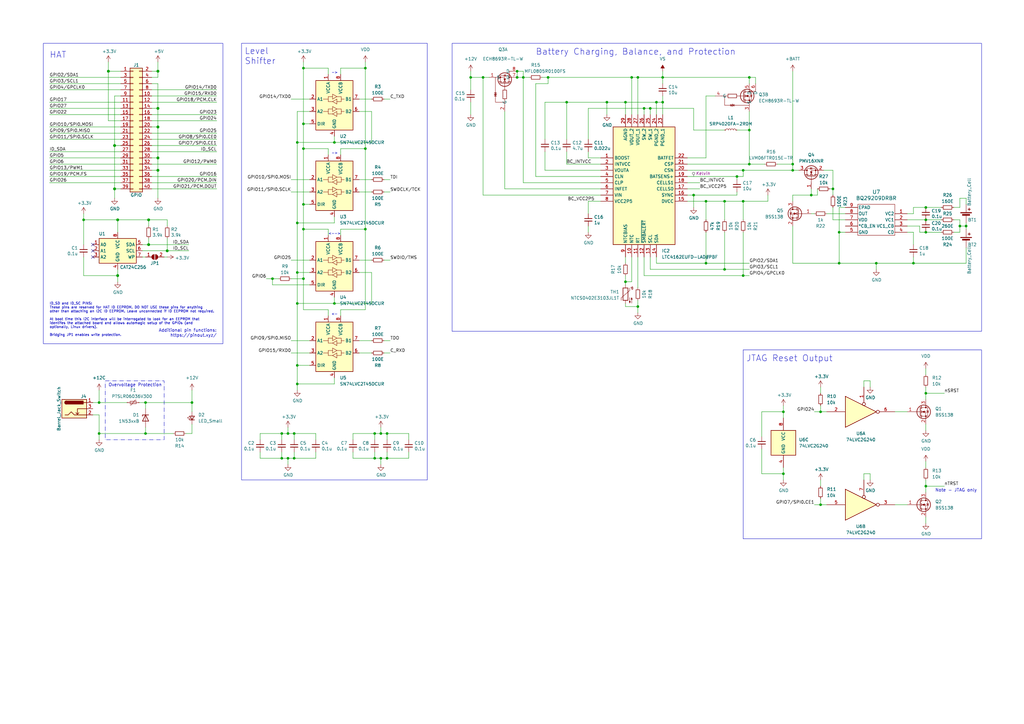
<source format=kicad_sch>
(kicad_sch (version 20230121) (generator eeschema)
  (paper "A3")
  (title_block (date "15 nov 2012"))
  (lib_symbols
    (symbol "74xGxx:74LVC2G240"
      (property "Reference" "U" (at 2.54 5.08 0))
      (property "Value" "74LVC2G240" (at 5.08 -5.08 0))
      (symbol "74LVC2G240_1_1"
        (pin input inverted (at 0 10.16 270) (length 7.62) (name "~") (number "1"))
        (pin input line (at -15.24 0 0) (length 7.62) (name "~") (number "2"))
        (pin tri_state inverted (at 12.7 0 180) (length 7.62) (name "~") (number "6"))
      )
      (symbol "74LVC2G240_2_1"
        (pin tri_state inverted (at 12.7 0 180) (length 7.62) (name "~") (number "3"))
        (pin input line (at -15.24 0 0) (length 7.62) (name "~") (number "5"))
        (pin input inverted (at 0 10.16 270) (length 7.62) (name "~") (number "7"))
      )
      (symbol "74LVC2G240_3_1"
        (pin power_in line (at 0 -10.16 90) (length 5.08) (name "GND") (number "4"))
        (pin power_in line (at 0 10.16 270) (length 5.08) (name "VCC") (number "8"))
      )
    )
    (symbol "Connector:Barrel_Jack_Switch" (pin_names hide)
      (property "Reference" "J" (at 0 5.334 0))
      (property "Value" "Barrel_Jack_Switch" (at 0 -5.08 0))
      (symbol "Barrel_Jack_Switch_1_1"
        (pin passive line (at 7.62 2.54 180) (length 2.54) (name "~") (number "1"))
        (pin passive line (at 7.62 -2.54 180) (length 2.54) (name "~") (number "2"))
        (pin passive line (at 7.62 0 180) (length 2.54) (name "~") (number "3"))
      )
    )
    (symbol "Connector:Conn_ARM_JTAG_SWD_10" (pin_names (offset 1.016))
      (property "Reference" "J" (at -2.54 16.51 0))
      (property "Value" "Conn_ARM_JTAG_SWD_10" (at -2.54 13.97 0))
      (symbol "Conn_ARM_JTAG_SWD_10_1_1"
        (pin power_in line (at 0 15.24 270) (length 2.54) (name "VTref") (number "1"))
        (pin open_collector line (at 12.7 7.62 180) (length 2.54) (name "~{RESET}") (number "10"))
        (pin bidirectional line (at 12.7 0 180) (length 2.54) (name "SWDIO/TMS") (number "2"))
        (pin power_in line (at 0 -15.24 90) (length 2.54) (name "GND") (number "3"))
        (pin output line (at 12.7 2.54 180) (length 2.54) (name "SWCLK/TCK") (number "4"))
        (pin passive line (at 0 -15.24 90) (length 2.54) hide (name "GND") (number "5"))
        (pin input line (at 12.7 -2.54 180) (length 2.54) (name "SWO/TDO") (number "6"))
        (pin no_connect line (at -10.16 0 0) (length 2.54) hide (name "KEY") (number "7"))
        (pin output line (at 12.7 -5.08 180) (length 2.54) (name "NC/TDI") (number "8"))
        (pin passive line (at -2.54 -15.24 90) (length 2.54) (name "GNDDetect") (number "9"))
      )
    )
    (symbol "Connector:Conn_ARM_JTAG_SWD_20" (pin_names (offset 1.016))
      (property "Reference" "J" (at -5.08 21.59 0))
      (property "Value" "Conn_ARM_JTAG_SWD_20" (at -5.08 19.05 0))
      (symbol "Conn_ARM_JTAG_SWD_20_1_1"
        (pin power_in line (at -2.54 20.32 270) (length 2.54) (name "VTREF") (number "1"))
        (pin passive line (at -2.54 -20.32 90) (length 2.54) hide (name "GND") (number "10"))
        (pin input line (at 15.24 5.08 180) (length 2.54) (name "RTCK") (number "11"))
        (pin passive line (at -2.54 -20.32 90) (length 2.54) hide (name "GND") (number "12"))
        (pin input line (at 15.24 -2.54 180) (length 2.54) (name "TDO/SWO") (number "13"))
        (pin passive line (at -2.54 -20.32 90) (length 2.54) hide (name "GND") (number "14"))
        (pin bidirectional line (at 15.24 10.16 180) (length 2.54) (name "~{SRST}") (number "15"))
        (pin passive line (at -2.54 -20.32 90) (length 2.54) hide (name "GND") (number "16"))
        (pin output line (at 15.24 -12.7 180) (length 2.54) (name "DBGRQ/NC") (number "17"))
        (pin passive line (at -2.54 -20.32 90) (length 2.54) hide (name "GND") (number "18"))
        (pin input line (at 15.24 -10.16 180) (length 2.54) (name "DBGACK/NC") (number "19"))
        (pin power_in line (at 0 20.32 270) (length 2.54) (name "VCC/NC") (number "2"))
        (pin passive line (at -2.54 -20.32 90) (length 2.54) hide (name "GND") (number "20"))
        (pin output line (at 15.24 12.7 180) (length 2.54) (name "~{TRST}") (number "3"))
        (pin power_in line (at -2.54 -20.32 90) (length 2.54) (name "GND") (number "4"))
        (pin output line (at 15.24 -5.08 180) (length 2.54) (name "TDI") (number "5"))
        (pin passive line (at -2.54 -20.32 90) (length 2.54) hide (name "GND") (number "6"))
        (pin output line (at 15.24 0 180) (length 2.54) (name "TMS/SWDIO") (number "7"))
        (pin passive line (at -2.54 -20.32 90) (length 2.54) hide (name "GND") (number "8"))
        (pin output line (at 15.24 2.54 180) (length 2.54) (name "TCK/SWCLK") (number "9"))
      )
    )
    (symbol "Connector_Generic:Conn_02x20_Odd_Even" (pin_names (offset 1.016) hide)
      (property "Reference" "J" (at 1.27 25.4 0))
      (property "Value" "Conn_02x20_Odd_Even" (at 1.27 -27.94 0))
      (symbol "Conn_02x20_Odd_Even_1_1"
        (pin passive line (at -5.08 22.86 0) (length 3.81) (name "Pin_1") (number "1"))
        (pin passive line (at 7.62 12.7 180) (length 3.81) (name "Pin_10") (number "10"))
        (pin passive line (at -5.08 10.16 0) (length 3.81) (name "Pin_11") (number "11"))
        (pin passive line (at 7.62 10.16 180) (length 3.81) (name "Pin_12") (number "12"))
        (pin passive line (at -5.08 7.62 0) (length 3.81) (name "Pin_13") (number "13"))
        (pin passive line (at 7.62 7.62 180) (length 3.81) (name "Pin_14") (number "14"))
        (pin passive line (at -5.08 5.08 0) (length 3.81) (name "Pin_15") (number "15"))
        (pin passive line (at 7.62 5.08 180) (length 3.81) (name "Pin_16") (number "16"))
        (pin passive line (at -5.08 2.54 0) (length 3.81) (name "Pin_17") (number "17"))
        (pin passive line (at 7.62 2.54 180) (length 3.81) (name "Pin_18") (number "18"))
        (pin passive line (at -5.08 0 0) (length 3.81) (name "Pin_19") (number "19"))
        (pin passive line (at 7.62 22.86 180) (length 3.81) (name "Pin_2") (number "2"))
        (pin passive line (at 7.62 0 180) (length 3.81) (name "Pin_20") (number "20"))
        (pin passive line (at -5.08 -2.54 0) (length 3.81) (name "Pin_21") (number "21"))
        (pin passive line (at 7.62 -2.54 180) (length 3.81) (name "Pin_22") (number "22"))
        (pin passive line (at -5.08 -5.08 0) (length 3.81) (name "Pin_23") (number "23"))
        (pin passive line (at 7.62 -5.08 180) (length 3.81) (name "Pin_24") (number "24"))
        (pin passive line (at -5.08 -7.62 0) (length 3.81) (name "Pin_25") (number "25"))
        (pin passive line (at 7.62 -7.62 180) (length 3.81) (name "Pin_26") (number "26"))
        (pin passive line (at -5.08 -10.16 0) (length 3.81) (name "Pin_27") (number "27"))
        (pin passive line (at 7.62 -10.16 180) (length 3.81) (name "Pin_28") (number "28"))
        (pin passive line (at -5.08 -12.7 0) (length 3.81) (name "Pin_29") (number "29"))
        (pin passive line (at -5.08 20.32 0) (length 3.81) (name "Pin_3") (number "3"))
        (pin passive line (at 7.62 -12.7 180) (length 3.81) (name "Pin_30") (number "30"))
        (pin passive line (at -5.08 -15.24 0) (length 3.81) (name "Pin_31") (number "31"))
        (pin passive line (at 7.62 -15.24 180) (length 3.81) (name "Pin_32") (number "32"))
        (pin passive line (at -5.08 -17.78 0) (length 3.81) (name "Pin_33") (number "33"))
        (pin passive line (at 7.62 -17.78 180) (length 3.81) (name "Pin_34") (number "34"))
        (pin passive line (at -5.08 -20.32 0) (length 3.81) (name "Pin_35") (number "35"))
        (pin passive line (at 7.62 -20.32 180) (length 3.81) (name "Pin_36") (number "36"))
        (pin passive line (at -5.08 -22.86 0) (length 3.81) (name "Pin_37") (number "37"))
        (pin passive line (at 7.62 -22.86 180) (length 3.81) (name "Pin_38") (number "38"))
        (pin passive line (at -5.08 -25.4 0) (length 3.81) (name "Pin_39") (number "39"))
        (pin passive line (at 7.62 20.32 180) (length 3.81) (name "Pin_4") (number "4"))
        (pin passive line (at 7.62 -25.4 180) (length 3.81) (name "Pin_40") (number "40"))
        (pin passive line (at -5.08 17.78 0) (length 3.81) (name "Pin_5") (number "5"))
        (pin passive line (at 7.62 17.78 180) (length 3.81) (name "Pin_6") (number "6"))
        (pin passive line (at -5.08 15.24 0) (length 3.81) (name "Pin_7") (number "7"))
        (pin passive line (at 7.62 15.24 180) (length 3.81) (name "Pin_8") (number "8"))
        (pin passive line (at -5.08 12.7 0) (length 3.81) (name "Pin_9") (number "9"))
      )
    )
    (symbol "Device:Battery_Cell" (pin_numbers hide) (pin_names (offset 0) hide)
      (property "Reference" "BT" (at 2.54 2.54 0))
      (property "Value" "Battery_Cell" (at 2.54 0 0))
      (symbol "Battery_Cell_1_1"
        (pin passive line (at 0 5.08 270) (length 2.54) (name "+") (number "1"))
        (pin passive line (at 0 -2.54 90) (length 2.54) (name "-") (number "2"))
      )
    )
    (symbol "Device:C_Small" (pin_numbers hide) (pin_names (offset 0.254) hide)
      (property "Reference" "C" (at 0.254 1.778 0))
      (property "Value" "C_Small" (at 0.254 -2.032 0))
      (symbol "C_Small_1_1"
        (pin passive line (at 0 2.54 270) (length 2.032) (name "~") (number "1"))
        (pin passive line (at 0 -2.54 90) (length 2.032) (name "~") (number "2"))
      )
    )
    (symbol "Device:LED_Small" (pin_numbers hide) (pin_names (offset 0.254) hide)
      (property "Reference" "D" (at -1.27 3.175 0))
      (property "Value" "LED_Small" (at -4.445 -2.54 0))
      (symbol "LED_Small_1_1"
        (pin passive line (at -2.54 0 0) (length 1.778) (name "K") (number "1"))
        (pin passive line (at 2.54 0 180) (length 1.778) (name "A") (number "2"))
      )
    )
    (symbol "Device:L_Small" (pin_numbers hide) (pin_names (offset 0.254) hide)
      (property "Reference" "L" (at 0.762 1.016 0))
      (property "Value" "L_Small" (at 0.762 -1.016 0))
      (symbol "L_Small_1_1"
        (pin passive line (at 0 2.54 270) (length 0.508) (name "~") (number "1"))
        (pin passive line (at 0 -2.54 90) (length 0.508) (name "~") (number "2"))
      )
    )
    (symbol "Device:Polyfuse_Small" (pin_numbers hide) (pin_names (offset 0))
      (property "Reference" "F" (at -1.905 0 90))
      (property "Value" "Polyfuse_Small" (at 1.905 0 90))
      (symbol "Polyfuse_Small_1_1"
        (pin passive line (at 0 2.54 270) (length 0.635) (name "~") (number "1"))
        (pin passive line (at 0 -2.54 90) (length 0.635) (name "~") (number "2"))
      )
    )
    (symbol "Device:R_Small" (pin_numbers hide) (pin_names (offset 0.254) hide)
      (property "Reference" "R" (at 0.762 0.508 0))
      (property "Value" "R_Small" (at 0.762 -1.016 0))
      (symbol "R_Small_1_1"
        (pin passive line (at 0 2.54 270) (length 0.762) (name "~") (number "1"))
        (pin passive line (at 0 -2.54 90) (length 0.762) (name "~") (number "2"))
      )
    )
    (symbol "Device:Thermistor_NTC" (pin_numbers hide) (pin_names (offset 0))
      (property "Reference" "TH" (at -4.445 0 90))
      (property "Value" "Thermistor_NTC" (at 3.175 0 90))
      (symbol "Thermistor_NTC_1_1"
        (pin passive line (at 0 3.81 270) (length 1.27) (name "~") (number "1"))
        (pin passive line (at 0 -3.81 90) (length 1.27) (name "~") (number "2"))
      )
    )
    (symbol "Diode:1N53xxB" (pin_numbers hide) (pin_names hide)
      (property "Reference" "D" (at 0 2.54 0))
      (property "Value" "1N53xxB" (at 0 -2.54 0))
      (symbol "1N53xxB_1_1"
        (pin passive line (at -3.81 0 0) (length 2.54) (name "K") (number "1"))
        (pin passive line (at 3.81 0 180) (length 2.54) (name "A") (number "2"))
      )
    )
    (symbol "JTAG_hat:BQ29209DRBR" (pin_names (offset 0.254))
      (property "Reference" "U" (at 7.62 8.89 0))
      (property "Value" "BQ29209DRBR" (at 0 -7.62 0))
      (symbol "BQ29209DRBR_1_1"
        (pin input line (at -12.7 3.81 0) (length 5.08) (name "VC2") (number "1"))
        (pin input line (at -12.7 1.27 0) (length 5.08) (name "VC1") (number "2"))
        (pin input line (at -12.7 -1.27 0) (length 5.08) (name "VC1_CB") (number "3"))
        (pin unspecified line (at -12.7 -3.81 0) (length 5.08) (name "CD") (number "4"))
        (pin power_in line (at 12.7 -3.81 180) (length 5.08) (name "GND") (number "5"))
        (pin unspecified line (at 12.7 -1.27 180) (length 5.08) (name "*CB_EN") (number "6"))
        (pin power_in line (at 12.7 1.27 180) (length 5.08) (name "VDD") (number "7"))
        (pin output line (at 12.7 3.81 180) (length 5.08) (name "OUT") (number "8"))
        (pin power_in line (at 12.7 6.35 180) (length 5.08) (name "EPAD") (number "9"))
      )
    )
    (symbol "JTAG_hat:ECH8693R-TL-W"
      (property "Reference" "Q" (at -1.27 3.81 0))
      (property "Value" "ECH8693R-TL-W" (at 7.62 0 90))
      (symbol "ECH8693R-TL-W_1_1"
        (pin passive line (at 3.81 -6.35 90) (length 2.54) (name "S") (number "1"))
        (pin input line (at -10.16 0 0) (length 2.54) (name "G") (number "2"))
        (pin passive line (at 3.81 5.08 270) (length 2.54) (name "D") (number "7"))
        (pin passive line (at 6.35 5.08 270) (length 2.54) (name "D") (number "8"))
      )
      (symbol "ECH8693R-TL-W_2_1"
        (pin passive line (at 3.81 -6.35 90) (length 2.54) (name "S") (number "3"))
        (pin input line (at -10.16 0 0) (length 2.54) (name "G") (number "4"))
        (pin passive line (at 3.81 5.08 270) (length 2.54) (name "D") (number "5"))
        (pin passive line (at 6.35 5.08 270) (length 2.54) (name "D") (number "6"))
      )
    )
    (symbol "JTAG_hat:LTC4162EUFD-LAD#PBF"
      (property "Reference" "IC" (at 13.97 26.67 0))
      (property "Value" "LTC4162EUFD-LAD#PBF" (at 13.97 24.13 0))
      (symbol "LTC4162EUFD-LAD#PBF_1_1"
        (pin passive line (at -17.78 8.89 0) (length 5.08) (name "BOOST") (number "1"))
        (pin passive line (at -5.08 -31.75 90) (length 5.08) (name "NTC") (number "10"))
        (pin passive line (at -2.54 -31.75 90) (length 5.08) (name "RT") (number "11"))
        (pin passive line (at 0 -31.75 90) (length 5.08) (name "~{SMBALERT}") (number "12"))
        (pin passive line (at 2.54 -31.75 90) (length 5.08) (name "SCL") (number "13"))
        (pin passive line (at 5.08 -31.75 90) (length 5.08) (name "SDA") (number "14"))
        (pin passive line (at 17.78 -8.89 180) (length 5.08) (name "DVCC") (number "15"))
        (pin passive line (at 17.78 -6.35 180) (length 5.08) (name "SYNC") (number "16"))
        (pin passive line (at 17.78 -3.81 180) (length 5.08) (name "CELLS0") (number "17"))
        (pin passive line (at 17.78 -1.27 180) (length 5.08) (name "CELLS1") (number "18"))
        (pin passive line (at 17.78 1.27 180) (length 5.08) (name "BATSENS+") (number "19"))
        (pin passive line (at -17.78 6.35 0) (length 5.08) (name "INTVCC") (number "2"))
        (pin passive line (at 17.78 3.81 180) (length 5.08) (name "CSN") (number "20"))
        (pin passive line (at 17.78 6.35 180) (length 5.08) (name "CSP") (number "21"))
        (pin passive line (at 17.78 8.89 180) (length 5.08) (name "BATFET") (number "22"))
        (pin passive line (at 7.62 26.67 270) (length 5.08) (name "PGND_1") (number "23"))
        (pin passive line (at 5.08 26.67 270) (length 5.08) (name "PGND_2") (number "24"))
        (pin passive line (at 2.54 26.67 270) (length 5.08) (name "SW_1") (number "25"))
        (pin passive line (at 0 26.67 270) (length 5.08) (name "SW_2") (number "26"))
        (pin passive line (at -2.54 26.67 270) (length 5.08) (name "VOUT_1") (number "27"))
        (pin passive line (at -5.08 26.67 270) (length 5.08) (name "VOUT_2") (number "28"))
        (pin passive line (at -7.62 26.67 270) (length 5.08) (name "AGND") (number "29"))
        (pin passive line (at -17.78 3.81 0) (length 5.08) (name "VOUTA") (number "3"))
        (pin passive line (at -17.78 1.27 0) (length 5.08) (name "CLN") (number "4"))
        (pin passive line (at -17.78 -1.27 0) (length 5.08) (name "CLP") (number "5"))
        (pin passive line (at -17.78 -3.81 0) (length 5.08) (name "INFET") (number "6"))
        (pin passive line (at -17.78 -6.35 0) (length 5.08) (name "VIN") (number "7"))
        (pin passive line (at -17.78 -8.89 0) (length 5.08) (name "VCC2P5") (number "8"))
        (pin passive line (at -7.62 -31.75 90) (length 5.08) (name "NTCBIAS") (number "9"))
      )
    )
    (symbol "JTAG_hat:PMV16XNR" (pin_names hide)
      (property "Reference" "Q" (at 5.08 3.81 0))
      (property "Value" "PMV16XNR" (at 5.08 1.27 0))
      (symbol "PMV16XNR_1_1"
        (pin input line (at -5.08 0 0) (length 2.54) (name "G") (number "1"))
        (pin passive line (at 2.54 -5.08 90) (length 2.54) (name "S") (number "2"))
        (pin passive line (at 2.54 5.08 270) (length 2.54) (name "D") (number "3"))
      )
    )
    (symbol "JTAG_hat:TPS563240DDCR"
      (property "Reference" "IC" (at -5.08 7.62 0))
      (property "Value" "TPS563240DDCR" (at -7.62 -6.35 0))
      (symbol "TPS563240DDCR_1_1"
        (pin power_in line (at -10.16 2.54 0) (length 5.08) (name "GND") (number "1"))
        (pin output line (at -10.16 0 0) (length 5.08) (name "SW") (number "2"))
        (pin power_in line (at -10.16 -2.54 0) (length 5.08) (name "VIN") (number "3"))
        (pin input line (at 10.16 -2.54 180) (length 5.08) (name "VFB") (number "4"))
        (pin input line (at 10.16 0 180) (length 5.08) (name "EN") (number "5"))
        (pin input line (at 10.16 2.54 180) (length 5.08) (name "VBST") (number "6"))
      )
    )
    (symbol "Jumper:SolderJumper_2_Open" (pin_names (offset 0) hide)
      (property "Reference" "JP" (at 0 2.032 0))
      (property "Value" "SolderJumper_2_Open" (at 0 -2.54 0))
      (symbol "SolderJumper_2_Open_1_1"
        (pin passive line (at -3.81 0 0) (length 2.54) (name "A") (number "1"))
        (pin passive line (at 3.81 0 180) (length 2.54) (name "B") (number "2"))
      )
    )
    (symbol "Logic_LevelTranslator:SN74LVC2T45DCUR"
      (property "Reference" "U" (at -6.35 11.43 0))
      (property "Value" "SN74LVC2T45DCUR" (at 3.81 11.43 0))
      (symbol "SN74LVC2T45DCUR_1_1"
        (pin power_in line (at -2.54 12.7 270) (length 2.54) (name "VCCA") (number "1"))
        (pin bidirectional line (at -10.16 2.54 0) (length 2.54) (name "A1") (number "2"))
        (pin bidirectional line (at -10.16 -2.54 0) (length 2.54) (name "A2") (number "3"))
        (pin power_in line (at 0 -12.7 90) (length 2.54) (name "GND") (number "4"))
        (pin input line (at -10.16 -7.62 0) (length 2.54) (name "DIR") (number "5"))
        (pin bidirectional line (at 10.16 -2.54 180) (length 2.54) (name "B2") (number "6"))
        (pin bidirectional line (at 10.16 2.54 180) (length 2.54) (name "B1") (number "7"))
        (pin power_in line (at 2.54 12.7 270) (length 2.54) (name "VCCB") (number "8"))
      )
    )
    (symbol "Memory_EEPROM:CAT24C256"
      (property "Reference" "U" (at -6.35 6.35 0))
      (property "Value" "CAT24C256" (at 1.27 6.35 0))
      (symbol "CAT24C256_1_1"
        (pin input line (at -10.16 2.54 0) (length 2.54) (name "A0") (number "1"))
        (pin input line (at -10.16 0 0) (length 2.54) (name "A1") (number "2"))
        (pin input line (at -10.16 -2.54 0) (length 2.54) (name "A2") (number "3"))
        (pin power_in line (at 0 -7.62 90) (length 2.54) (name "GND") (number "4"))
        (pin bidirectional line (at 10.16 2.54 180) (length 2.54) (name "SDA") (number "5"))
        (pin input line (at 10.16 0 180) (length 2.54) (name "SCL") (number "6"))
        (pin input line (at 10.16 -2.54 180) (length 2.54) (name "WP") (number "7"))
        (pin power_in line (at 0 7.62 270) (length 2.54) (name "VCC") (number "8"))
      )
    )
    (symbol "Transistor_FET:BSS138" (pin_names hide)
      (property "Reference" "Q" (at 5.08 1.905 0))
      (property "Value" "BSS138" (at 5.08 0 0))
      (symbol "BSS138_1_1"
        (pin input line (at -5.08 0 0) (length 2.54) (name "G") (number "1"))
        (pin passive line (at 2.54 -5.08 90) (length 2.54) (name "S") (number "2"))
        (pin passive line (at 2.54 5.08 270) (length 2.54) (name "D") (number "3"))
      )
    )
    (symbol "power:+12C" (power) (pin_names (offset 0))
      (property "Value" "+12C" (at 0 3.81 0))
      (symbol "+12C_1_1"
        (pin power_in line (at 0 0 90) (length 0) hide (name "+12C") (number "1"))
      )
    )
    (symbol "power:+12V" (power) (pin_names (offset 0))
      (property "Value" "+12V" (at 0 3.556 0))
      (symbol "+12V_1_1"
        (pin power_in line (at 0 0 90) (length 0) hide (name "+12V") (number "1"))
      )
    )
    (symbol "power:+3.3V" (power) (pin_names (offset 0))
      (property "Value" "+3.3V" (at 0 3.556 0))
      (symbol "+3.3V_1_1"
        (pin power_in line (at 0 0 90) (length 0) hide (name "+3.3V") (number "1"))
      )
    )
    (symbol "power:+5V" (power) (pin_names (offset 0))
      (property "Value" "+5V" (at 0 3.556 0))
      (symbol "+5V_1_1"
        (pin power_in line (at 0 0 90) (length 0) hide (name "+5V") (number "1"))
      )
    )
    (symbol "power:+BATT" (power) (pin_names (offset 0))
      (property "Value" "+BATT" (at 0 3.556 0))
      (symbol "+BATT_1_1"
        (pin power_in line (at 0 0 90) (length 0) hide (name "+BATT") (number "1"))
      )
    )
    (symbol "power:GND" (power) (pin_names (offset 0))
      (property "Value" "GND" (at 0 -3.81 0))
      (symbol "GND_1_1"
        (pin power_in line (at 0 0 270) (length 0) hide (name "GND") (number "1"))
      )
    )
    (symbol "power:VDD" (power) (pin_names (offset 0))
      (property "Value" "VDD" (at 0 3.81 0))
      (symbol "VDD_1_1"
        (pin power_in line (at 0 0 90) (length 0) hide (name "VDD") (number "1"))
      )
    )
    (symbol "power:VS" (power) (pin_names (offset 0))
      (property "Value" "VS" (at 0 3.81 0))
      (symbol "VS_1_1"
        (pin power_in line (at 0 0 90) (length 0) hide (name "VS") (number "1"))
      )
    )
  )
  (junction (at 121.92 111.76))
  (junction (at 40.64 177.8))
  (junction (at 224.79 31.75))
  (junction (at 259.08 31.75))
  (junction (at 156.21 187.96))
  (junction (at 34.29 90.17))
  (junction (at 60.96 100.33) (diameter 1.016))
  (junction (at 64.77 29.21) (diameter 1.016))
  (junction (at 48.26 113.03) (diameter 1.016))
  (junction (at 374.65 107.95))
  (junction (at 78.74 165.1))
  (junction (at 393.7 92.71))
  (junction (at 64.77 44.45) (diameter 1.016))
  (junction (at 48.26 90.17) (diameter 1.016))
  (junction (at 158.75 177.8))
  (junction (at 344.17 95.25))
  (junction (at 120.65 177.8))
  (junction (at 325.12 67.31))
  (junction (at 302.26 72.39))
  (junction (at 307.34 31.75))
  (junction (at 336.55 168.91))
  (junction (at 59.69 165.1))
  (junction (at 232.41 41.91))
  (junction (at 336.55 207.01))
  (junction (at 332.74 80.01))
  (junction (at 307.34 67.31))
  (junction (at 149.86 60.96))
  (junction (at 137.16 124.46))
  (junction (at 156.21 177.8))
  (junction (at 118.11 177.8))
  (junction (at 124.46 93.98))
  (junction (at 379.73 161.29))
  (junction (at 261.62 31.75))
  (junction (at 121.92 124.46))
  (junction (at 256.54 115.57))
  (junction (at 121.92 149.86))
  (junction (at 289.56 82.55))
  (junction (at 124.46 27.94))
  (junction (at 284.48 80.01))
  (junction (at 124.46 83.82))
  (junction (at 46.99 77.47) (diameter 1.016))
  (junction (at 115.57 177.8))
  (junction (at 121.92 157.48))
  (junction (at 111.76 114.3))
  (junction (at 149.86 93.98))
  (junction (at 121.92 58.42))
  (junction (at 115.57 187.96))
  (junction (at 212.09 31.75))
  (junction (at 214.63 31.75))
  (junction (at 321.31 194.31))
  (junction (at 46.99 59.69) (diameter 1.016))
  (junction (at 149.86 27.94))
  (junction (at 153.67 177.8))
  (junction (at 120.65 187.96))
  (junction (at 341.63 77.47))
  (junction (at 137.16 58.42))
  (junction (at 359.41 107.95))
  (junction (at 64.77 69.85) (diameter 1.016))
  (junction (at 271.78 31.75))
  (junction (at 121.92 91.44))
  (junction (at 256.54 41.91))
  (junction (at 124.46 114.3))
  (junction (at 396.24 92.71))
  (junction (at 212.09 29.21))
  (junction (at 266.7 44.45))
  (junction (at 379.73 95.25))
  (junction (at 40.64 165.1))
  (junction (at 248.92 41.91))
  (junction (at 118.11 187.96))
  (junction (at 269.24 41.91))
  (junction (at 304.8 82.55))
  (junction (at 59.69 177.8))
  (junction (at 297.18 82.55))
  (junction (at 64.77 64.77) (diameter 1.016))
  (junction (at 304.8 113.03))
  (junction (at 344.17 107.95))
  (junction (at 198.12 31.75))
  (junction (at 307.34 53.34))
  (junction (at 325.12 69.85))
  (junction (at 64.77 52.07) (diameter 1.016))
  (junction (at 261.62 125.73))
  (junction (at 264.16 44.45))
  (junction (at 321.31 168.91))
  (junction (at 271.78 41.91))
  (junction (at 124.46 60.96))
  (junction (at 68.58 102.87) (diameter 1.016))
  (junction (at 153.67 187.96))
  (junction (at 158.75 187.96))
  (junction (at 289.56 107.95))
  (junction (at 193.04 31.75))
  (junction (at 379.73 199.39))
  (junction (at 379.73 90.17))
  (junction (at 379.73 85.09))
  (junction (at 297.18 110.49))
  (junction (at 304.8 69.85))
  (junction (at 44.45 29.21) (diameter 1.016))
  (junction (at 60.96 90.17) (diameter 1.016))
  (junction (at 124.46 50.8))
  (no_connect (at 38.1 100.33))
  (no_connect (at 38.1 102.87))
  (no_connect (at 38.1 105.41))
  (wire (pts (xy 302.26 72.39) (xy 304.8 72.39)))
  (wire (pts (xy 46.99 59.69) (xy 46.99 77.47)))
  (wire (pts (xy 372.11 87.63) (xy 374.65 87.63)))
  (wire (pts (xy 62.23 59.69) (xy 88.9 59.69)))
  (wire (pts (xy 137.16 88.9) (xy 137.16 91.44)))
  (wire (pts (xy 118.11 190.5) (xy 118.11 187.96)))
  (wire (pts (xy 57.15 165.1) (xy 59.69 165.1)))
  (wire (pts (xy 106.68 177.8) (xy 115.57 177.8)))
  (wire (pts (xy 297.18 82.55) (xy 297.18 90.17)))
  (wire (pts (xy 354.33 158.75) (xy 354.33 156.21)))
  (wire (pts (xy 49.53 41.91) (xy 20.32 41.91)))
  (wire (pts (xy 124.46 27.94) (xy 124.46 50.8)))
  (wire (pts (xy 325.12 29.21) (xy 325.12 67.31)))
  (wire (pts (xy 48.26 90.17) (xy 60.96 90.17)))
  (wire (pts (xy 68.58 90.17) (xy 60.96 90.17)))
  (wire (pts (xy 68.58 92.71) (xy 68.58 90.17)))
  (wire (pts (xy 118.11 175.26) (xy 118.11 177.8)))
  (wire (pts (xy 377.19 92.71) (xy 377.19 95.25)))
  (wire (pts (xy 359.41 107.95) (xy 359.41 110.49)))
  (wire (pts (xy 325.12 107.95) (xy 344.17 107.95)))
  (wire (pts (xy 152.4 124.46) (xy 152.4 111.76)))
  (wire (pts (xy 64.77 34.29) (xy 64.77 44.45)))
  (wire (pts (xy 137.16 58.42) (xy 152.4 58.42)))
  (wire (pts (xy 147.32 78.74) (xy 152.4 78.74)))
  (wire (pts (xy 64.77 52.07) (xy 62.23 52.07)))
  (wire (pts (xy 354.33 196.85) (xy 354.33 194.31)))
  (wire (pts (xy 78.74 173.99) (xy 78.74 177.8)))
  (wire (pts (xy 106.68 185.42) (xy 106.68 187.96)))
  (wire (pts (xy 325.12 92.71) (xy 325.12 107.95)))
  (wire (pts (xy 119.38 73.66) (xy 127 73.66)))
  (wire (pts (xy 124.46 93.98) (xy 124.46 114.3)))
  (wire (pts (xy 157.48 144.78) (xy 160.02 144.78)))
  (wire (pts (xy 207.01 77.47) (xy 246.38 77.47)))
  (wire (pts (xy 224.79 31.75) (xy 259.08 31.75)))
  (wire (pts (xy 354.33 156.21) (xy 356.87 156.21)))
  (wire (pts (xy 64.77 64.77) (xy 64.77 69.85)))
  (wire (pts (xy 269.24 107.95) (xy 289.56 107.95)))
  (wire (pts (xy 214.63 29.21) (xy 214.63 31.75)))
  (wire (pts (xy 374.65 85.09) (xy 379.73 85.09)))
  (wire (pts (xy 336.55 207.01) (xy 339.09 207.01)))
  (wire (pts (xy 377.19 95.25) (xy 379.73 95.25)))
  (wire (pts (xy 372.11 90.17) (xy 379.73 90.17)))
  (wire (pts (xy 152.4 58.42) (xy 152.4 45.72)))
  (wire (pts (xy 341.63 80.01) (xy 341.63 77.47)))
  (wire (pts (xy 256.54 125.73) (xy 261.62 125.73)))
  (wire (pts (xy 193.04 31.75) (xy 198.12 31.75)))
  (wire (pts (xy 396.24 101.6) (xy 396.24 107.95)))
  (wire (pts (xy 318.77 67.31) (xy 325.12 67.31)))
  (wire (pts (xy 134.62 60.96) (xy 124.46 60.96)))
  (wire (pts (xy 393.7 95.25) (xy 391.16 95.25)))
  (wire (pts (xy 269.24 41.91) (xy 256.54 41.91)))
  (wire (pts (xy 64.77 52.07) (xy 64.77 64.77)))
  (wire (pts (xy 224.79 31.75) (xy 224.79 34.29)))
  (wire (pts (xy 157.48 78.74) (xy 160.02 78.74)))
  (wire (pts (xy 281.94 82.55) (xy 289.56 82.55)))
  (wire (pts (xy 223.52 69.85) (xy 246.38 69.85)))
  (wire (pts (xy 62.23 36.83) (xy 88.9 36.83)))
  (wire (pts (xy 46.99 39.37) (xy 46.99 59.69)))
  (wire (pts (xy 121.92 111.76) (xy 121.92 124.46)))
  (wire (pts (xy 312.42 168.91) (xy 312.42 179.07)))
  (wire (pts (xy 58.42 100.33) (xy 60.96 100.33)))
  (wire (pts (xy 60.96 100.33) (xy 77.47 100.33)))
  (wire (pts (xy 59.69 165.1) (xy 59.69 167.64)))
  (wire (pts (xy 124.46 50.8) (xy 127 50.8)))
  (wire (pts (xy 379.73 85.09) (xy 386.08 85.09)))
  (wire (pts (xy 314.96 80.01) (xy 314.96 82.55)))
  (wire (pts (xy 156.21 177.8) (xy 158.75 177.8)))
  (wire (pts (xy 120.65 187.96) (xy 129.54 187.96)))
  (wire (pts (xy 149.86 93.98) (xy 139.7 93.98)))
  (wire (pts (xy 124.46 60.96) (xy 124.46 83.82)))
  (wire (pts (xy 367.03 207.01) (xy 372.11 207.01)))
  (wire (pts (xy 332.74 80.01) (xy 332.74 77.47)))
  (wire (pts (xy 46.99 39.37) (xy 49.53 39.37)))
  (wire (pts (xy 58.42 105.41) (xy 59.69 105.41)))
  (wire (pts (xy 67.31 105.41) (xy 68.58 105.41)))
  (wire (pts (xy 149.86 27.94) (xy 139.7 27.94)))
  (wire (pts (xy 241.3 62.23) (xy 241.3 64.77)))
  (wire (pts (xy 356.87 194.31) (xy 356.87 196.85)))
  (wire (pts (xy 62.23 57.15) (xy 88.9 57.15)))
  (wire (pts (xy 284.48 53.34) (xy 284.48 44.45)))
  (wire (pts (xy 49.53 62.23) (xy 20.32 62.23)))
  (wire (pts (xy 207.01 45.72) (xy 207.01 77.47)))
  (wire (pts (xy 334.01 168.91) (xy 336.55 168.91)))
  (wire (pts (xy 281.94 80.01) (xy 284.48 80.01)))
  (wire (pts (xy 20.32 64.77) (xy 49.53 64.77)))
  (wire (pts (xy 167.64 177.8) (xy 167.64 180.34)))
  (wire (pts (xy 219.71 72.39) (xy 246.38 72.39)))
  (wire (pts (xy 309.88 34.29) (xy 309.88 31.75)))
  (wire (pts (xy 379.73 176.53) (xy 379.73 173.99)))
  (wire (pts (xy 147.32 45.72) (xy 152.4 45.72)))
  (wire (pts (xy 157.48 73.66) (xy 160.02 73.66)))
  (wire (pts (xy 304.8 72.39) (xy 304.8 69.85)))
  (wire (pts (xy 147.32 40.64) (xy 152.4 40.64)))
  (wire (pts (xy 156.21 187.96) (xy 158.75 187.96)))
  (wire (pts (xy 271.78 39.37) (xy 271.78 41.91)))
  (wire (pts (xy 137.16 91.44) (xy 121.92 91.44)))
  (wire (pts (xy 147.32 106.68) (xy 152.4 106.68)))
  (wire (pts (xy 119.38 40.64) (xy 127 40.64)))
  (wire (pts (xy 121.92 124.46) (xy 121.92 149.86)))
  (wire (pts (xy 334.01 87.63) (xy 332.74 87.63)))
  (wire (pts (xy 46.99 59.69) (xy 49.53 59.69)))
  (wire (pts (xy 34.29 87.63) (xy 34.29 90.17)))
  (wire (pts (xy 120.65 177.8) (xy 120.65 180.34)))
  (wire (pts (xy 344.17 95.25) (xy 346.71 95.25)))
  (wire (pts (xy 157.48 40.64) (xy 160.02 40.64)))
  (wire (pts (xy 261.62 125.73) (xy 261.62 128.27)))
  (wire (pts (xy 62.23 46.99) (xy 88.9 46.99)))
  (wire (pts (xy 271.78 46.99) (xy 271.78 41.91)))
  (wire (pts (xy 48.26 90.17) (xy 48.26 95.25)))
  (wire (pts (xy 302.26 80.01) (xy 284.48 80.01)))
  (wire (pts (xy 266.7 46.99) (xy 266.7 44.45)))
  (wire (pts (xy 304.8 82.55) (xy 304.8 90.17)))
  (wire (pts (xy 115.57 185.42) (xy 115.57 187.96)))
  (wire (pts (xy 40.64 177.8) (xy 59.69 177.8)))
  (wire (pts (xy 115.57 177.8) (xy 115.57 180.34)))
  (wire (pts (xy 271.78 31.75) (xy 307.34 31.75)))
  (wire (pts (xy 153.67 185.42) (xy 153.67 187.96)))
  (wire (pts (xy 379.73 199.39) (xy 387.35 199.39)))
  (wire (pts (xy 157.48 106.68) (xy 160.02 106.68)))
  (wire (pts (xy 78.74 177.8) (xy 76.2 177.8)))
  (wire (pts (xy 379.73 151.13) (xy 379.73 153.67)))
  (wire (pts (xy 40.64 165.1) (xy 52.07 165.1)))
  (wire (pts (xy 62.23 77.47) (xy 88.9 77.47)))
  (wire (pts (xy 46.99 77.47) (xy 46.99 81.28)))
  (wire (pts (xy 20.32 44.45) (xy 49.53 44.45)))
  (wire (pts (xy 68.58 97.79) (xy 68.58 102.87)))
  (wire (pts (xy 134.62 129.54) (xy 134.62 127)))
  (wire (pts (xy 158.75 177.8) (xy 167.64 177.8)))
  (wire (pts (xy 264.16 44.45) (xy 266.7 44.45)))
  (wire (pts (xy 356.87 156.21) (xy 356.87 158.75)))
  (wire (pts (xy 44.45 25.4) (xy 44.45 29.21)))
  (wire (pts (xy 59.69 175.26) (xy 59.69 177.8)))
  (wire (pts (xy 222.25 31.75) (xy 224.79 31.75)))
  (wire (pts (xy 340.36 77.47) (xy 341.63 77.47)))
  (wire (pts (xy 137.16 55.88) (xy 137.16 58.42)))
  (wire (pts (xy 149.86 93.98) (xy 149.86 127)))
  (wire (pts (xy 289.56 39.37) (xy 293.37 39.37)))
  (wire (pts (xy 302.26 72.39) (xy 302.26 73.66)))
  (wire (pts (xy 149.86 60.96) (xy 139.7 60.96)))
  (wire (pts (xy 335.28 77.47) (xy 335.28 80.01)))
  (wire (pts (xy 374.65 87.63) (xy 374.65 85.09)))
  (wire (pts (xy 266.7 105.41) (xy 266.7 110.49)))
  (wire (pts (xy 307.34 53.34) (xy 307.34 67.31)))
  (wire (pts (xy 64.77 69.85) (xy 62.23 69.85)))
  (wire (pts (xy 307.34 31.75) (xy 307.34 34.29)))
  (wire (pts (xy 121.92 149.86) (xy 127 149.86)))
  (wire (pts (xy 144.78 177.8) (xy 153.67 177.8)))
  (wire (pts (xy 393.7 92.71) (xy 396.24 92.71)))
  (wire (pts (xy 20.32 34.29) (xy 49.53 34.29)))
  (wire (pts (xy 374.65 95.25) (xy 374.65 100.33)))
  (wire (pts (xy 271.78 41.91) (xy 269.24 41.91)))
  (wire (pts (xy 336.55 166.37) (xy 336.55 168.91)))
  (wire (pts (xy 396.24 81.28) (xy 396.24 83.82)))
  (wire (pts (xy 124.46 25.4) (xy 124.46 27.94)))
  (wire (pts (xy 312.42 194.31) (xy 321.31 194.31)))
  (wire (pts (xy 139.7 27.94) (xy 139.7 30.48)))
  (wire (pts (xy 167.64 187.96) (xy 167.64 185.42)))
  (wire (pts (xy 20.32 57.15) (xy 49.53 57.15)))
  (wire (pts (xy 139.7 127) (xy 149.86 127)))
  (wire (pts (xy 153.67 177.8) (xy 156.21 177.8)))
  (wire (pts (xy 256.54 105.41) (xy 256.54 107.95)))
  (wire (pts (xy 336.55 196.85) (xy 336.55 199.39)))
  (wire (pts (xy 232.41 67.31) (xy 232.41 62.23)))
  (wire (pts (xy 193.04 29.21) (xy 193.04 31.75)))
  (wire (pts (xy 325.12 80.01) (xy 332.74 80.01)))
  (wire (pts (xy 44.45 49.53) (xy 49.53 49.53)))
  (wire (pts (xy 232.41 57.15) (xy 232.41 41.91)))
  (wire (pts (xy 144.78 185.42) (xy 144.78 187.96)))
  (wire (pts (xy 256.54 113.03) (xy 256.54 115.57)))
  (wire (pts (xy 379.73 90.17) (xy 386.08 90.17)))
  (wire (pts (xy 111.76 114.3) (xy 111.76 116.84)))
  (wire (pts (xy 49.53 31.75) (xy 20.32 31.75)))
  (wire (pts (xy 304.8 82.55) (xy 314.96 82.55)))
  (wire (pts (xy 134.62 63.5) (xy 134.62 60.96)))
  (wire (pts (xy 121.92 58.42) (xy 121.92 91.44)))
  (wire (pts (xy 64.77 29.21) (xy 64.77 31.75)))
  (wire (pts (xy 137.16 121.92) (xy 137.16 124.46)))
  (wire (pts (xy 120.65 185.42) (xy 120.65 187.96)))
  (wire (pts (xy 396.24 92.71) (xy 396.24 93.98)))
  (wire (pts (xy 40.64 170.18) (xy 40.64 177.8)))
  (wire (pts (xy 118.11 177.8) (xy 120.65 177.8)))
  (wire (pts (xy 307.34 67.31) (xy 313.69 67.31)))
  (wire (pts (xy 64.77 44.45) (xy 64.77 52.07)))
  (wire (pts (xy 129.54 187.96) (xy 129.54 185.42)))
  (wire (pts (xy 193.04 31.75) (xy 193.04 36.83)))
  (wire (pts (xy 40.64 160.02) (xy 40.64 165.1)))
  (wire (pts (xy 379.73 161.29) (xy 387.35 161.29)))
  (wire (pts (xy 62.23 41.91) (xy 88.9 41.91)))
  (wire (pts (xy 64.77 44.45) (xy 62.23 44.45)))
  (wire (pts (xy 121.92 111.76) (xy 127 111.76)))
  (wire (pts (xy 124.46 114.3) (xy 124.46 127)))
  (wire (pts (xy 393.7 90.17) (xy 393.7 92.71)))
  (wire (pts (xy 144.78 180.34) (xy 144.78 177.8)))
  (wire (pts (xy 64.77 25.4) (xy 64.77 29.21)))
  (wire (pts (xy 232.41 41.91) (xy 248.92 41.91)))
  (wire (pts (xy 321.31 196.85) (xy 321.31 194.31)))
  (wire (pts (xy 312.42 168.91) (xy 321.31 168.91)))
  (wire (pts (xy 379.73 161.29) (xy 379.73 163.83)))
  (wire (pts (xy 224.79 34.29) (xy 219.71 34.29)))
  (wire (pts (xy 307.34 31.75) (xy 309.88 31.75)))
  (wire (pts (xy 312.42 184.15) (xy 312.42 194.31)))
  (wire (pts (xy 20.32 36.83) (xy 49.53 36.83)))
  (wire (pts (xy 60.96 90.17) (xy 60.96 92.71)))
  (wire (pts (xy 106.68 187.96) (xy 115.57 187.96)))
  (wire (pts (xy 137.16 58.42) (xy 121.92 58.42)))
  (wire (pts (xy 137.16 157.48) (xy 121.92 157.48)))
  (wire (pts (xy 281.94 77.47) (xy 287.02 77.47)))
  (wire (pts (xy 64.77 29.21) (xy 62.23 29.21)))
  (wire (pts (xy 393.7 81.28) (xy 396.24 81.28)))
  (wire (pts (xy 44.45 29.21) (xy 44.45 49.53)))
  (wire (pts (xy 321.31 194.31) (xy 321.31 191.77)))
  (wire (pts (xy 256.54 41.91) (xy 256.54 46.99)))
  (wire (pts (xy 62.23 49.53) (xy 88.9 49.53)))
  (wire (pts (xy 124.46 50.8) (xy 124.46 60.96)))
  (wire (pts (xy 119.38 106.68) (xy 127 106.68)))
  (wire (pts (xy 325.12 69.85) (xy 327.66 69.85)))
  (wire (pts (xy 62.23 39.37) (xy 88.9 39.37)))
  (wire (pts (xy 393.7 81.28) (xy 393.7 85.09)))
  (wire (pts (xy 264.16 113.03) (xy 304.8 113.03)))
  (wire (pts (xy 193.04 41.91) (xy 193.04 46.99)))
  (wire (pts (xy 139.7 129.54) (xy 139.7 127)))
  (wire (pts (xy 60.96 97.79) (xy 60.96 100.33)))
  (wire (pts (xy 396.24 107.95) (xy 374.65 107.95)))
  (wire (pts (xy 212.09 29.21) (xy 212.09 31.75)))
  (wire (pts (xy 119.38 114.3) (xy 124.46 114.3)))
  (wire (pts (xy 124.46 93.98) (xy 124.46 83.82)))
  (wire (pts (xy 302.26 78.74) (xy 302.26 80.01)))
  (wire (pts (xy 393.7 92.71) (xy 393.7 95.25)))
  (wire (pts (xy 149.86 60.96) (xy 149.86 93.98)))
  (wire (pts (xy 58.42 102.87) (xy 68.58 102.87)))
  (wire (pts (xy 68.58 102.87) (xy 77.47 102.87)))
  (wire (pts (xy 137.16 154.94) (xy 137.16 157.48)))
  (wire (pts (xy 149.86 27.94) (xy 149.86 60.96)))
  (wire (pts (xy 20.32 46.99) (xy 49.53 46.99)))
  (wire (pts (xy 219.71 34.29) (xy 219.71 72.39)))
  (wire (pts (xy 374.65 107.95) (xy 359.41 107.95)))
  (wire (pts (xy 20.32 54.61) (xy 49.53 54.61)))
  (wire (pts (xy 214.63 31.75) (xy 217.17 31.75)))
  (wire (pts (xy 284.48 44.45) (xy 266.7 44.45)))
  (wire (pts (xy 139.7 93.98) (xy 139.7 96.52)))
  (wire (pts (xy 59.69 165.1) (xy 78.74 165.1)))
  (wire (pts (xy 325.12 82.55) (xy 325.12 80.01)))
  (wire (pts (xy 259.08 105.41) (xy 259.08 115.57)))
  (wire (pts (xy 147.32 111.76) (xy 152.4 111.76)))
  (wire (pts (xy 78.74 168.91) (xy 78.74 165.1)))
  (wire (pts (xy 289.56 82.55) (xy 297.18 82.55)))
  (wire (pts (xy 59.69 177.8) (xy 71.12 177.8)))
  (wire (pts (xy 264.16 44.45) (xy 264.16 46.99)))
  (wire (pts (xy 341.63 77.47) (xy 341.63 69.85)))
  (wire (pts (xy 121.92 157.48) (xy 121.92 160.02)))
  (wire (pts (xy 304.8 95.25) (xy 304.8 113.03)))
  (wire (pts (xy 20.32 67.31) (xy 49.53 67.31)))
  (wire (pts (xy 337.82 69.85) (xy 341.63 69.85)))
  (wire (pts (xy 137.16 124.46) (xy 121.92 124.46)))
  (wire (pts (xy 156.21 175.26) (xy 156.21 177.8)))
  (wire (pts (xy 289.56 64.77) (xy 289.56 39.37)))
  (wire (pts (xy 64.77 31.75) (xy 62.23 31.75)))
  (wire (pts (xy 281.94 67.31) (xy 307.34 67.31)))
  (wire (pts (xy 118.11 187.96) (xy 120.65 187.96)))
  (wire (pts (xy 212.09 31.75) (xy 214.63 31.75)))
  (wire (pts (xy 214.63 74.93) (xy 246.38 74.93)))
  (wire (pts (xy 396.24 91.44) (xy 396.24 92.71)))
  (wire (pts (xy 379.73 214.63) (xy 379.73 212.09)))
  (wire (pts (xy 284.48 53.34) (xy 297.18 53.34)))
  (wire (pts (xy 289.56 82.55) (xy 289.56 90.17)))
  (wire (pts (xy 379.73 158.75) (xy 379.73 161.29)))
  (wire (pts (xy 374.65 105.41) (xy 374.65 107.95)))
  (wire (pts (xy 124.46 27.94) (xy 134.62 27.94)))
  (wire (pts (xy 111.76 116.84) (xy 127 116.84)))
  (wire (pts (xy 20.32 72.39) (xy 49.53 72.39)))
  (wire (pts (xy 261.62 31.75) (xy 271.78 31.75)))
  (wire (pts (xy 232.41 67.31) (xy 246.38 67.31)))
  (wire (pts (xy 153.67 177.8) (xy 153.67 180.34)))
  (wire (pts (xy 289.56 95.25) (xy 289.56 107.95)))
  (wire (pts (xy 62.23 72.39) (xy 88.9 72.39)))
  (wire (pts (xy 246.38 80.01) (xy 198.12 80.01)))
  (wire (pts (xy 289.56 107.95) (xy 307.34 107.95)))
  (wire (pts (xy 304.8 69.85) (xy 325.12 69.85)))
  (wire (pts (xy 256.54 115.57) (xy 259.08 115.57)))
  (wire (pts (xy 62.23 67.31) (xy 88.9 67.31)))
  (wire (pts (xy 109.22 114.3) (xy 111.76 114.3)))
  (wire (pts (xy 46.99 77.47) (xy 49.53 77.47)))
  (wire (pts (xy 212.09 29.21) (xy 214.63 29.21)))
  (wire (pts (xy 269.24 41.91) (xy 269.24 46.99)))
  (wire (pts (xy 259.08 46.99) (xy 259.08 31.75)))
  (wire (pts (xy 248.92 46.99) (xy 248.92 41.91)))
  (wire (pts (xy 134.62 27.94) (xy 134.62 30.48)))
  (wire (pts (xy 158.75 187.96) (xy 167.64 187.96)))
  (wire (pts (xy 121.92 149.86) (xy 121.92 157.48)))
  (wire (pts (xy 62.23 74.93) (xy 88.9 74.93)))
  (wire (pts (xy 379.73 196.85) (xy 379.73 199.39)))
  (wire (pts (xy 336.55 158.75) (xy 336.55 161.29)))
  (wire (pts (xy 124.46 83.82) (xy 127 83.82)))
  (wire (pts (xy 341.63 85.09) (xy 341.63 90.17)))
  (wire (pts (xy 281.94 69.85) (xy 304.8 69.85)))
  (wire (pts (xy 134.62 127) (xy 124.46 127)))
  (wire (pts (xy 302.26 53.34) (xy 307.34 53.34)))
  (wire (pts (xy 391.16 90.17) (xy 393.7 90.17)))
  (wire (pts (xy 64.77 34.29) (xy 62.23 34.29)))
  (wire (pts (xy 139.7 60.96) (xy 139.7 63.5)))
  (wire (pts (xy 297.18 110.49) (xy 307.34 110.49)))
  (wire (pts (xy 359.41 107.95) (xy 344.17 107.95)))
  (wire (pts (xy 20.32 74.93) (xy 49.53 74.93)))
  (wire (pts (xy 223.52 41.91) (xy 232.41 41.91)))
  (wire (pts (xy 156.21 190.5) (xy 156.21 187.96)))
  (wire (pts (xy 271.78 31.75) (xy 271.78 34.29)))
  (wire (pts (xy 367.03 168.91) (xy 372.11 168.91)))
  (wire (pts (xy 266.7 110.49) (xy 297.18 110.49)))
  (wire (pts (xy 261.62 105.41) (xy 261.62 118.11)))
  (wire (pts (xy 147.32 73.66) (xy 152.4 73.66)))
  (wire (pts (xy 246.38 64.77) (xy 241.3 64.77)))
  (wire (pts (xy 241.3 57.15) (xy 241.3 44.45)))
  (wire (pts (xy 157.48 139.7) (xy 160.02 139.7)))
  (wire (pts (xy 198.12 31.75) (xy 200.66 31.75)))
  (wire (pts (xy 114.3 114.3) (xy 111.76 114.3)))
  (wire (pts (xy 134.62 96.52) (xy 134.62 93.98)))
  (wire (pts (xy 297.18 82.55) (xy 304.8 82.55)))
  (wire (pts (xy 106.68 180.34) (xy 106.68 177.8)))
  (wire (pts (xy 40.64 177.8) (xy 40.64 180.34)))
  (wire (pts (xy 325.12 69.85) (xy 325.12 67.31)))
  (wire (pts (xy 336.55 204.47) (xy 336.55 207.01)))
  (wire (pts (xy 223.52 57.15) (xy 223.52 41.91)))
  (wire (pts (xy 281.94 72.39) (xy 302.26 72.39)))
  (wire (pts (xy 149.86 25.4) (xy 149.86 27.94)))
  (wire (pts (xy 147.32 139.7) (xy 152.4 139.7)))
  (wire (pts (xy 241.3 82.55) (xy 241.3 87.63)))
  (wire (pts (xy 241.3 82.55) (xy 246.38 82.55)))
  (wire (pts (xy 334.01 207.01) (xy 336.55 207.01)))
  (wire (pts (xy 137.16 124.46) (xy 152.4 124.46)))
  (wire (pts (xy 372.11 92.71) (xy 377.19 92.71)))
  (wire (pts (xy 119.38 78.74) (xy 127 78.74)))
  (wire (pts (xy 34.29 90.17) (xy 34.29 100.33)))
  (wire (pts (xy 34.29 105.41) (xy 34.29 113.03)))
  (wire (pts (xy 34.29 113.03) (xy 48.26 113.03)))
  (wire (pts (xy 48.26 90.17) (xy 34.29 90.17)))
  (wire (pts (xy 379.73 189.23) (xy 379.73 191.77)))
  (wire (pts (xy 307.34 45.72) (xy 307.34 53.34)))
  (wire (pts (xy 48.26 110.49) (xy 48.26 113.03)))
  (wire (pts (xy 48.26 113.03) (xy 48.26 115.57)))
  (wire (pts (xy 304.8 113.03) (xy 307.34 113.03)))
  (wire (pts (xy 198.12 80.01) (xy 198.12 31.75)))
  (wire (pts (xy 144.78 187.96) (xy 153.67 187.96)))
  (wire (pts (xy 379.73 199.39) (xy 379.73 201.93)))
  (wire (pts (xy 344.17 85.09) (xy 344.17 95.25)))
  (wire (pts (xy 129.54 177.8) (xy 129.54 180.34)))
  (wire (pts (xy 261.62 125.73) (xy 261.62 123.19)))
  (wire (pts (xy 38.1 170.18) (xy 40.64 170.18)))
  (wire (pts (xy 223.52 62.23) (xy 223.52 69.85)))
  (wire (pts (xy 214.63 31.75) (xy 214.63 74.93)))
  (wire (pts (xy 134.62 93.98) (xy 124.46 93.98)))
  (wire (pts (xy 336.55 168.91) (xy 339.09 168.91)))
  (wire (pts (xy 64.77 69.85) (xy 64.77 81.28)))
  (wire (pts (xy 121.92 45.72) (xy 127 45.72)))
  (wire (pts (xy 271.78 29.21) (xy 271.78 31.75)))
  (wire (pts (xy 62.23 54.61) (xy 88.9 54.61)))
  (wire (pts (xy 49.53 69.85) (xy 20.32 69.85)))
  (wire (pts (xy 241.3 92.71) (xy 241.3 95.25)))
  (wire (pts (xy 372.11 95.25) (xy 374.65 95.25)))
  (wire (pts (xy 341.63 90.17) (xy 346.71 90.17)))
  (wire (pts (xy 379.73 95.25) (xy 386.08 95.25)))
  (wire (pts (xy 297.18 95.25) (xy 297.18 110.49)))
  (wire (pts (xy 119.38 139.7) (xy 127 139.7)))
  (wire (pts (xy 354.33 194.31) (xy 356.87 194.31)))
  (wire (pts (xy 115.57 187.96) (xy 118.11 187.96)))
  (wire (pts (xy 64.77 64.77) (xy 62.23 64.77)))
  (wire (pts (xy 321.31 168.91) (xy 321.31 171.45)))
  (wire (pts (xy 256.54 125.73) (xy 256.54 124.46)))
  (wire (pts (xy 158.75 177.8) (xy 158.75 180.34)))
  (wire (pts (xy 393.7 85.09) (xy 391.16 85.09)))
  (wire (pts (xy 344.17 95.25) (xy 344.17 107.95)))
  (wire (pts (xy 147.32 144.78) (xy 152.4 144.78)))
  (wire (pts (xy 115.57 177.8) (xy 118.11 177.8)))
  (wire (pts (xy 44.45 29.21) (xy 49.53 29.21)))
  (wire (pts (xy 335.28 80.01) (xy 332.74 80.01)))
  (wire (pts (xy 121.92 45.72) (xy 121.92 58.42)))
  (wire (pts (xy 259.08 31.75) (xy 261.62 31.75)))
  (wire (pts (xy 153.67 187.96) (xy 156.21 187.96)))
  (wire (pts (xy 269.24 105.41) (xy 269.24 107.95)))
  (wire (pts (xy 78.74 160.02) (xy 78.74 165.1)))
  (wire (pts (xy 241.3 44.45) (xy 264.16 44.45)))
  (wire (pts (xy 261.62 31.75) (xy 261.62 46.99)))
  (wire (pts (xy 339.09 87.63) (xy 346.71 87.63)))
  (wire (pts (xy 158.75 185.42) (xy 158.75 187.96)))
  (wire (pts (xy 38.1 165.1) (xy 40.64 165.1)))
  (wire (pts (xy 284.48 80.01) (xy 284.48 85.09)))
  (wire (pts (xy 346.71 85.09) (xy 344.17 85.09)))
  (wire (pts (xy 49.53 52.07) (xy 20.32 52.07)))
  (wire (pts (xy 62.23 62.23) (xy 88.9 62.23)))
  (wire (pts (xy 281.94 74.93) (xy 287.02 74.93)))
  (wire (pts (xy 256.54 115.57) (xy 256.54 116.84)))
  (wire (pts (xy 120.65 177.8) (xy 129.54 177.8)))
  (wire (pts (xy 321.31 166.37) (xy 321.31 168.91)))
  (wire (pts (xy 121.92 91.44) (xy 121.92 111.76)))
  (wire (pts (xy 264.16 105.41) (xy 264.16 113.03)))
  (wire (pts (xy 248.92 41.91) (xy 256.54 41.91)))
  (wire (pts (xy 119.38 144.78) (xy 127 144.78)))
  (wire (pts (xy 281.94 64.77) (xy 289.56 64.77)))
  (rectangle (start 304.8 143.51) (end 402.59 220.98))
  (rectangle (start 99.06 17.78) (end 175.26 196.85))
  (rectangle (start 185.42 17.78) (end 402.59 135.89))
  (rectangle (start 17.78 17.78) (end 91.44 140.97))
  (rectangle (start 43.18 156.21) (end 67.31 180.34) (stroke (width 0) (type dash_dot)))
  (text "<-" (at 135.89 129.54 0) (effects (font (size 1 1)) (justify left bottom)))
  (text "<-->" (at 134.62 96.52 0) (effects (font (size 1 1)) (justify left bottom)))
  (text "->" (at 135.89 30.48 0) (effects (font (size 1 1)) (justify left bottom)))
  (text "Additional pin functions:\nhttps://pinout.xyz/" (at 88.9 138.43 0) (effects (font (size 1.27 1.27)) (justify right bottom)))
  (text "HAT" (at 20.32 24.13 0) (effects (font (size 2.54 2.54)) (justify left bottom)))
  (text "Level\nShifter" (at 100.33 26.67 0) (effects (font (size 2.54 2.54)) (justify left bottom)))
  (text "->" (at 135.89 63.5 0) (effects (font (size 1 1)) (justify left bottom)))
  (text "ID_SD and ID_SC PINS:\nThese pins are reserved for HAT ID EEPROM. DO NOT USE these pins for anything \nother than attaching an I2C ID EEPROM. Leave unconnected if ID EEPROM not required.\n\nAt boot time this I2C interface will be interrogated to look for an EEPROM that \nidentifes the attached board and allows automagic setup of the GPIOs (and \noptionally, Linux drivers).\n\nBridging JP1 enables write protection.\n\n" (at 20.32 139.7 0) (effects (font (size 1 1)) (justify left bottom)))
  (text "Overvoltage Protection" (at 44.45 158.75 0) (effects (font (size 1.27 1.27)) (justify left bottom)))
  (text "Note - JTAG only" (at 383.54 201.93 0) (effects (font (size 1.27 1.27)) (justify left bottom)))
  (text "JTAG Reset Output" (at 306.07 148.59 0) (effects (font (size 2.54 2.54)) (justify left bottom)))
  (text "Battery Charging, Balance, and Protection" (at 219.71 22.86 0) (effects (font (size 2.54 2.54)) (justify left bottom)))
  (label "nSRST" (at 387.35 161.29 0))
  (label "ID_SDA" (at 20.32 62.23 0))
  (label "GPIO15{slash}RXD0" (at 119.38 144.78 180))
  (label "GPIO6" (at 20.32 67.31 0))
  (label "GPIO14{slash}TXD0" (at 119.38 40.64 180))
  (label "ID_SDA" (at 77.47 100.33 180))
  (label "SWDCLK{slash}TCK" (at 160.02 78.74 0))
  (label "ID_SCL" (at 88.9 62.23 180))
  (label "GPIO5" (at 20.32 64.77 0))
  (label "GPIO21{slash}PCM.DOUT" (at 88.9 77.47 180))
  (label "GPIO19{slash}PCM.FS" (at 20.32 72.39 0))
  (label "GPIO10{slash}SPI0.MOSI" (at 20.32 52.07 0))
  (label "BC_INTVCC" (at 242.57 67.31 180))
  (label "GPIO9{slash}SPI0.MISO" (at 20.32 54.61 0))
  (label "C_TXD" (at 160.02 40.64 0))
  (label "GPIO23" (at 88.9 46.99 180))
  (label "GPIO4{slash}GPCLK0" (at 20.32 36.83 0))
  (label "BC_VCC2P5" (at 287.02 77.47 0))
  (label "SWDIO{slash}TMS" (at 160.02 106.68 0))
  (label "GPIO27" (at 20.32 44.45 0))
  (label "GPIO26" (at 20.32 74.93 0))
  (label "GPIO14{slash}TXD0" (at 88.9 36.83 180))
  (label "GPIO7{slash}SPI0.CE1" (at 334.01 207.01 180))
  (label "GPIO25" (at 119.38 106.68 180))
  (label "GPIO8{slash}SPI0.CE0" (at 88.9 57.15 180))
  (label "GPIO15{slash}RXD0" (at 88.9 39.37 180))
  (label "GPIO16" (at 88.9 72.39 180))
  (label "nTRST" (at 387.35 199.39 0))
  (label "GPIO9{slash}SPI0.MISO" (at 119.38 139.7 180))
  (label "GPIO22" (at 20.32 46.99 0))
  (label "GPIO2{slash}SDA1" (at 20.32 31.75 0))
  (label "GPIO17" (at 20.32 41.91 0))
  (label "BC_VCC2P5" (at 243.84 82.55 180))
  (label "GPIO10{slash}SPI0.MOSI" (at 119.38 73.66 180))
  (label "GPIO25" (at 88.9 54.61 180))
  (label "TDO" (at 160.02 139.7 0))
  (label "GPIO3{slash}SCL1" (at 20.32 34.29 0))
  (label "GPIO18{slash}PCM.CLK" (at 88.9 41.91 180))
  (label "GPIO3{slash}SCL1" (at 307.34 110.49 0))
  (label "TDI" (at 160.02 73.66 0))
  (label "GPIO12{slash}PWM0" (at 88.9 67.31 180))
  (label "BC_INTVCC" (at 287.02 74.93 0))
  (label "GPIO13{slash}PWM1" (at 20.32 69.85 0))
  (label "GPIO20{slash}PCM.DIN" (at 88.9 74.93 180))
  (label "C_RXD" (at 160.02 144.78 0))
  (label "GPIO24" (at 88.9 49.53 180))
  (label "GPIO24" (at 334.01 168.91 180))
  (label "GPIO7{slash}SPI0.CE1" (at 88.9 59.69 180))
  (label "GPIO2{slash}SDA1" (at 307.34 107.95 0))
  (label "ID_SCL" (at 77.47 102.87 180))
  (label "GPIO6" (at 109.22 114.3 180))
  (label "GPIO11{slash}SPI0.SCLK" (at 20.32 57.15 0))
  (label "GPIO4{slash}GPCLK0" (at 307.34 113.03 0))
  (label "GPIO11{slash}SPI0.SCLK" (at 119.38 78.74 180))
  (netclass_flag "" (length 1.27) (shape round) (at 284.48 72.39 0) (property "Netclass" "Kelvin" (at 285.369 71.12 0) (effects (font italic) (justify left))))
  (symbol (lib_id "power:+5V") (at 64.77 25.4 0) (unit 1)
    (property "Reference" "#PWR01" (effects hide))
    (property "Value" "+5V" (at 65.1383 21.0756 0))
  )
  (symbol (lib_id "power:+3.3V") (at 44.45 25.4 0) (unit 1)
    (property "Reference" "#PWR04" (effects hide))
    (property "Value" "+3.3V" (at 44.8183 21.0756 0))
  )
  (symbol (lib_id "power:GND") (at 64.77 81.28 0) (unit 1)
    (property "Reference" "#PWR02" (effects hide))
    (property "Value" "GND" (at 64.8843 85.6044 0))
  )
  (symbol (lib_id "power:GND") (at 46.99 81.28 0) (unit 1)
    (property "Reference" "#PWR03" (effects hide))
    (property "Value" "GND" (at 47.1043 85.6044 0))
  )
  (symbol (lib_id "Connector_Generic:Conn_02x20_Odd_Even") (at 54.61 52.07 0) (unit 1)
    (property "Reference" "J1" (at 55.88 26.67 0))
    (property "Value" "GPIO" (at 55.88 80.01 0))
    (property "Footprint" "Connector_PinSocket_2.54mm:PinSocket_2x20_P2.54mm_Vertical" (effects hide))
  )
  (symbol (lib_id "power:GND") (at 356.87 196.85 0) (unit 1)
    (property "Reference" "#PWR017" (effects hide))
    (property "Value" "GND" (at 356.9843 201.1744 0))
  )
  (symbol (lib_id "power:+12V") (at 193.04 29.21 0) (unit 1)
    (property "Reference" "#PWR027" (effects hide))
    (property "Value" "+12V" (at 193.04 24.13 0))
  )
  (symbol (lib_id "power:+12V") (at 78.74 160.02 0) (unit 1)
    (property "Reference" "#PWR024" (effects hide))
    (property "Value" "+12V" (at 78.74 154.94 0))
  )
  (symbol (lib_id "74xGxx:74LVC2G240") (at 354.33 207.01 0) (unit 2)
    (property "Reference" "U6" (at 353.06 215.9 0))
    (property "Value" "74LVC2G240" (at 353.06 218.44 0))
    (property "Footprint" "Package_SO:VSSOP-8_3.0x3.0mm_P0.65mm" (effects hide))
    (property "Datasheet" "http://www.ti.com/lit/sg/scyt129e/scyt129e.pdf" (effects hide))
  )
  (symbol (lib_id "power:GND") (at 40.64 180.34 0) (unit 1)
    (property "Reference" "#PWR023" (effects hide))
    (property "Value" "GND" (at 40.7543 184.6644 0))
  )
  (symbol (lib_id "Device:C_Small") (at 129.54 182.88 0) (mirror y) (unit 1)
    (property "Reference" "C4" (at 131.8642 181.7306 0) (effects (justify right)))
    (property "Value" "0.1u" (at 131.8642 184.0293 0) (effects (justify right)))
  )
  (symbol (lib_id "power:GND") (at 379.73 176.53 0) (unit 1)
    (property "Reference" "#PWR015" (effects hide))
    (property "Value" "GND" (at 379.8443 180.8544 0))
  )
  (symbol (lib_id "power:GND") (at 156.21 190.5 0) (unit 1)
    (property "Reference" "#PWR021" (effects hide))
    (property "Value" "GND" (at 156.3243 194.8244 0))
  )
  (symbol (lib_id "Device:C_Small") (at 34.29 102.87 0) (unit 1)
    (property "Reference" "C1" (at 31.9658 101.7206 0) (effects (justify right)))
    (property "Value" "0.1u" (at 31.9658 104.0193 0) (effects (justify right)))
  )
  (symbol (lib_id "power:GND") (at 321.31 196.85 0) (unit 1)
    (property "Reference" "#PWR013" (effects hide))
    (property "Value" "GND" (at 321.4243 201.1744 0))
  )
  (symbol (lib_id "Logic_LevelTranslator:SN74LVC2T45DCUR") (at 137.16 76.2 0) (unit 1)
    (property "Reference" "U3" (at 139.3541 88.9 0) (effects (justify left)))
    (property "Value" "SN74LVC2T45DCUR" (at 139.3541 91.44 0) (effects (justify left)))
    (property "Footprint" "Package_SO:VSSOP-8_2.4x2.1mm_P0.5mm" (effects hide))
    (property "Datasheet" "http://www.ti.com/lit/ds/symlink/sn74lvc2t45.pdf" (effects hide))
  )
  (symbol (lib_id "Device:R_Small") (at 154.94 144.78 90) (mirror x) (unit 1)
    (property "Reference" "R8" (at 154.94 149.86 90))
    (property "Value" "100E" (at 154.94 147.32 90))
    (property "Footprint" "Resistor_SMD:R_0603_1608Metric_Pad0.98x0.95mm_HandSolder" (effects hide))
  )
  (symbol (lib_id "Device:C_Small") (at 223.52 59.69 0) (mirror y) (unit 1)
    (property "Reference" "C13" (at 225.8442 58.5406 0) (effects (justify right)))
    (property "Value" "0.1u" (at 225.8442 60.8393 0) (effects (justify right)))
  )
  (symbol (lib_id "Device:R_Small") (at 337.82 77.47 270) (mirror x) (unit 1)
    (property "Reference" "R27" (at 337.82 72.39 90))
    (property "Value" "10k" (at 337.82 74.93 90))
    (property "Footprint" "Resistor_SMD:R_0603_1608Metric_Pad0.98x0.95mm_HandSolder" (effects hide))
  )
  (symbol (lib_id "Device:C_Small") (at 115.57 182.88 0) (unit 1)
    (property "Reference" "C3" (at 113.2458 181.7306 0) (effects (justify right)))
    (property "Value" "0.1u" (at 113.2458 184.0293 0) (effects (justify right)))
  )
  (symbol (lib_id "Device:R_Small") (at 60.96 95.25 0) (unit 1)
    (property "Reference" "R1" (at 62.4586 94.107 0) (effects (justify left)))
    (property "Value" "3.9k" (at 62.4587 96.3993 0) (effects (justify left)))
    (property "Footprint" "Resistor_SMD:R_0603_1608Metric_Pad0.98x0.95mm_HandSolder" (effects hide))
  )
  (symbol (lib_id "Device:C_Small") (at 158.75 182.88 0) (mirror y) (unit 1)
    (property "Reference" "C9" (at 161.0742 181.7306 0) (effects (justify right)))
    (property "Value" "0.1u" (at 161.0742 184.0293 0) (effects (justify right)))
  )
  (symbol (lib_id "JTAG_hat:PMV16XNR") (at 332.74 72.39 90) (unit 1)
    (property "Reference" "Q4" (at 332.74 63.5 90))
    (property "Value" "PMV16XNR" (at 332.74 66.04 90))
    (property "Footprint" "JTAG_hat:SOT95P230X110-3N" (effects hide))
    (property "Datasheet" "https://assets.nexperia.com/documents/data-sheet/PMV16XN.pdf" (effects hide))
    (property "Height" "1.1" (effects hide))
    (property "Mouser Part Number" "771-PMV16XNR" (effects hide))
    (property "Mouser Price/Stock" "https://www.mouser.co.uk/ProductDetail/Nexperia/PMV16XNR?qs=%252BRKXB2WKlSfp5fVW5DDV6w%3D%3D" (effects hide))
    (property "Manufacturer_Name" "Nexperia" (effects hide))
    (property "Manufacturer_Part_Number" "PMV16XNR" (effects hide))
  )
  (symbol (lib_id "Device:L_Small") (at 299.72 53.34 90) (unit 1)
    (property "Reference" "L1" (at 299.72 48.26 90))
    (property "Value" "SRP4020FA-2R0M" (at 299.72 50.8 90))
    (property "Footprint" "JTAG_hat:SRP4020FA2R0M" (effects hide))
  )
  (symbol (lib_id "power:GND") (at 359.41 110.49 0) (unit 1)
    (property "Reference" "#PWR034" (effects hide))
    (property "Value" "GND" (at 359.5243 114.8144 0))
  )
  (symbol (lib_id "Device:R_Small") (at 336.55 201.93 180) (unit 1)
    (property "Reference" "R11" (at 339.09 200.66 0) (effects (justify right)))
    (property "Value" "10k" (at 339.09 203.2 0) (effects (justify right)))
    (property "Footprint" "Resistor_SMD:R_0603_1608Metric_Pad0.98x0.95mm_HandSolder" (effects hide))
  )
  (symbol (lib_id "Device:R_Small") (at 388.62 90.17 270) (unit 1)
    (property "Reference" "R25" (at 388.62 87.63 90))
    (property "Value" "260E" (at 388.62 92.71 90))
    (property "Footprint" "Resistor_SMD:R_0603_1608Metric_Pad0.98x0.95mm_HandSolder" (effects hide))
  )
  (symbol (lib_id "power:GND") (at 193.04 46.99 0) (unit 1)
    (property "Reference" "#PWR028" (effects hide))
    (property "Value" "GND" (at 193.1543 51.3144 0))
  )
  (symbol (lib_id "Device:R_Small") (at 336.55 163.83 180) (unit 1)
    (property "Reference" "R10" (at 339.09 162.56 0) (effects (justify right)))
    (property "Value" "10k" (at 339.09 165.1 0) (effects (justify right)))
    (property "Footprint" "Resistor_SMD:R_0603_1608Metric_Pad0.98x0.95mm_HandSolder" (effects hide))
  )
  (symbol (lib_id "power:+3.3V") (at 336.55 196.85 0) (unit 1)
    (property "Reference" "#PWR011" (effects hide))
    (property "Value" "+3.3V" (at 336.9183 192.5256 0))
  )
  (symbol (lib_id "Device:C_Small") (at 241.3 59.69 0) (mirror y) (unit 1)
    (property "Reference" "C11" (at 243.6242 58.5406 0) (effects (justify right)))
    (property "Value" "0.022u" (at 243.6242 60.8393 0) (effects (justify right)))
  )
  (symbol (lib_id "JTAG_hat:ECH8693R-TL-W") (at 207.01 35.56 270) (mirror x) (unit 1)
    (property "Reference" "Q3" (at 206.3143 20.32 90))
    (property "Value" "ECH8693R-TL-W" (at 206.3143 24.13 90))
    (property "Footprint" "JTAG_hat:SOTFL65P280X95-8N" (effects hide))
    (property "Datasheet" "http://www.onsemi.com/pub/Collateral/ECH8693R-D.PDF" (effects hide))
    (property "Height" "0.95" (effects hide))
    (property "Mouser Part Number" "863-ECH8693R-TL-W" (effects hide))
    (property "Mouser Price/Stock" "https://www.mouser.co.uk/ProductDetail/onsemi/ECH8693R-TL-W?qs=Tr3lMbyRyKkLUc9md0qy2g%3D%3D" (effects hide))
    (property "Manufacturer_Name" "onsemi" (effects hide))
    (property "Manufacturer_Part_Number" "ECH8693R-TL-W" (effects hide))
  )
  (symbol (lib_id "Transistor_FET:BSS138") (at 377.19 207.01 0) (unit 1)
    (property "Reference" "Q2" (at 383.54 205.74 0) (effects (justify left)))
    (property "Value" "BSS138" (at 383.54 208.28 0) (effects (justify left)))
    (property "Footprint" "Package_TO_SOT_SMD:SOT-23" (effects hide))
    (property "Datasheet" "https://www.onsemi.com/pub/Collateral/BSS138-D.PDF" (effects hide))
  )
  (symbol (lib_id "Device:Thermistor_NTC") (at 256.54 120.65 0) (mirror y) (unit 1)
    (property "Reference" "TH1" (at 254 119.6975 0) (effects (justify left)))
    (property "Value" "NTCS0402E3103JL1T" (at 254 122.2375 0) (effects (justify left)))
  )
  (symbol (lib_id "power:+3.3V") (at 118.11 175.26 0) (unit 1)
    (property "Reference" "#PWR019" (effects hide))
    (property "Value" "+3.3V" (at 118.4783 170.9356 0))
  )
  (symbol (lib_id "Device:C_Small") (at 379.73 87.63 0) (mirror y) (unit 1)
    (property "Reference" "C19" (at 382.0542 86.4806 0) (effects (justify right)))
    (property "Value" "0.1u" (at 382.0542 88.7793 0) (effects (justify right)))
  )
  (symbol (lib_id "Connector:Barrel_Jack_Switch") (at 30.48 167.64 0) (unit 1)
    (property "Reference" "J4" (at 34.29 162.56 0))
    (property "Value" "Barrel_Jack_Switch" (at 24.13 167.64 90))
    (property "Footprint" "Connector_BarrelJack:BarrelJack_Horizontal" (effects hide))
  )
  (symbol (lib_id "power:GND") (at 241.3 95.25 0) (unit 1)
    (property "Reference" "#PWR029" (effects hide))
    (property "Value" "GND" (at 241.4143 99.5744 0))
  )
  (symbol (lib_id "Device:R_Small") (at 68.58 95.25 0) (unit 1)
    (property "Reference" "R2" (at 70.0786 94.107 0) (effects (justify left)))
    (property "Value" "3.9k" (at 70.0787 96.3993 0) (effects (justify left)))
    (property "Footprint" "Resistor_SMD:R_0603_1608Metric_Pad0.98x0.95mm_HandSolder" (effects hide))
  )
  (symbol (lib_id "JTAG_hat:LTC4162EUFD-LAD#PBF") (at 264.16 73.66 0) (unit 1)
    (property "Reference" "IC2" (at 271.4341 102.87 0) (effects (justify left)))
    (property "Value" "LTC4162EUFD-LAD#PBF" (at 271.4341 105.41 0) (effects (justify left)))
    (property "Footprint" "JTAG_hat:QFN50P400X500X80-29N-D" (effects hide))
    (property "Datasheet" "https://www.analog.com/media/en/technical-documentation/data-sheets/LTC4162-L.pdf" (effects hide))
    (property "Height" "0.8" (effects hide))
    (property "Manufacturer_Name" "Analog Devices" (effects hide))
    (property "Manufacturer_Part_Number" "LTC4162EUFD-LAD#PBF" (effects hide))
  )
  (symbol (lib_id "Device:R_Small") (at 289.56 92.71 0) (mirror x) (unit 1)
    (property "Reference" "R19" (at 294.64 92.71 90))
    (property "Value" "47k" (at 292.1 92.71 90))
    (property "Footprint" "Resistor_SMD:R_0603_1608Metric_Pad0.98x0.95mm_HandSolder" (effects hide))
  )
  (symbol (lib_id "Device:R_Small") (at 154.94 139.7 90) (unit 1)
    (property "Reference" "R7" (at 154.94 134.62 90))
    (property "Value" "100E" (at 154.94 137.16 90))
    (property "Footprint" "Resistor_SMD:R_0603_1608Metric_Pad0.98x0.95mm_HandSolder" (effects hide))
  )
  (symbol (lib_id "power:+3.3V") (at 34.29 87.63 0) (unit 1)
    (property "Reference" "#PWR0101" (effects hide))
    (property "Value" "+3.3V" (at 34.6583 83.3056 0))
  )
  (symbol (lib_id "Transistor_FET:BSS138") (at 377.19 168.91 0) (unit 1)
    (property "Reference" "Q1" (at 383.54 167.64 0) (effects (justify left)))
    (property "Value" "BSS138" (at 383.54 170.18 0) (effects (justify left)))
    (property "Footprint" "Package_TO_SOT_SMD:SOT-23" (effects hide))
    (property "Datasheet" "https://www.onsemi.com/pub/Collateral/BSS138-D.PDF" (effects hide))
  )
  (symbol (lib_id "power:+3.3V") (at 156.21 175.26 0) (unit 1)
    (property "Reference" "#PWR020" (effects hide))
    (property "Value" "+3.3V" (at 156.5783 170.9356 0))
  )
  (symbol (lib_id "Device:C_Small") (at 241.3 90.17 0) (mirror y) (unit 1)
    (property "Reference" "C16" (at 243.6242 89.0206 0) (effects (justify right)))
    (property "Value" "1u" (at 243.6242 91.3193 0) (effects (justify right)))
  )
  (symbol (lib_id "Device:C_Small") (at 153.67 182.88 0) (unit 1)
    (property "Reference" "C8" (at 151.3458 181.7306 0) (effects (justify right)))
    (property "Value" "0.1u" (at 151.3458 184.0293 0) (effects (justify right)))
  )
  (symbol (lib_id "Device:R_Small") (at 116.84 114.3 270) (unit 1)
    (property "Reference" "R9" (at 116.84 109.22 90))
    (property "Value" "10k" (at 116.84 111.76 90))
    (property "Footprint" "Resistor_SMD:R_0603_1608Metric_Pad0.98x0.95mm_HandSolder" (effects hide))
  )
  (symbol (lib_id "Device:Battery_Cell") (at 396.24 88.9 0) (unit 1)
    (property "Reference" "BT1" (at 398.78 90.17 0))
    (property "Value" "Battery_Cell" (at 397.51 78.74 90))
  )
  (symbol (lib_id "Device:C_Small") (at 379.73 92.71 0) (mirror y) (unit 1)
    (property "Reference" "C20" (at 382.0542 91.5606 0) (effects (justify right)))
    (property "Value" "0.1u" (at 382.0542 93.8593 0) (effects (justify right)))
  )
  (symbol (lib_id "Memory_EEPROM:CAT24C256") (at 48.26 102.87 0) (unit 1)
    (property "Reference" "U1" (at 41.91 95.8658 0))
    (property "Value" "CAT24C256" (at 54.61 109.5945 0))
    (property "Footprint" "Package_SO:SOIC-8_3.9x4.9mm_P1.27mm" (effects hide))
    (property "Datasheet" "https://www.onsemi.cn/PowerSolutions/document/CAT24C256-D.PDF" (effects hide))
  )
  (symbol (lib_id "JTAG_hat:BQ29209DRBR") (at 359.41 91.44 0) (mirror y) (unit 1)
    (property "Reference" "U7" (at 359.41 78.74 0) (effects (font (size 1.524 1.524))))
    (property "Value" "BQ29209DRBR" (at 359.41 81.28 0) (effects (font (size 1.524 1.524))))
    (property "Footprint" "JTAG_hat:DRB8_1P6X2P4" (effects hide))
    (property "Datasheet" "BQ29209DRBR" (effects hide))
  )
  (symbol (lib_id "Device:R_Small") (at 73.66 177.8 90) (mirror x) (unit 1)
    (property "Reference" "R14" (at 73.66 182.88 90))
    (property "Value" "10k" (at 73.66 180.34 90))
    (property "Footprint" "Resistor_SMD:R_0603_1608Metric_Pad0.98x0.95mm_HandSolder" (effects hide))
  )
  (symbol (lib_id "74xGxx:74LVC2G240") (at 354.33 168.91 0) (unit 1)
    (property "Reference" "U6" (at 353.06 177.8 0))
    (property "Value" "74LVC2G240" (at 353.06 180.34 0))
    (property "Footprint" "Package_SO:VSSOP-8_3.0x3.0mm_P0.65mm" (effects hide))
    (property "Datasheet" "http://www.ti.com/lit/sg/scyt129e/scyt129e.pdf" (effects hide))
  )
  (symbol (lib_id "JTAG_hat:TPS563240DDCR") (at -77.47 83.82 0) (unit 1)
    (property "Reference" "IC1" (at -73.66 77.47 0))
    (property "Value" "TPS563240DDCR" (at -77.47 90.17 0))
    (property "Footprint" "JTAG_hat:SOT95P280X110-6N" (effects hide))
    (property "Datasheet" "http://www.ti.com/lit/gpn/TPS563240" (effects hide))
    (property "Height" "1.1" (effects hide))
    (property "Mouser Part Number" "595-TPS563240DDCR" (effects hide))
    (property "Mouser Price/Stock" "https://www.mouser.co.uk/ProductDetail/Texas-Instruments/TPS563240DDCR?qs=u16ybLDytRYbe%2F6tMYLHgQ%3D%3D" (effects hide))
    (property "Manufacturer_Name" "Texas Instruments" (effects hide))
    (property "Manufacturer_Part_Number" "TPS563240DDCR" (effects hide))
  )
  (symbol (lib_id "Device:R_Small") (at 297.18 92.71 0) (mirror x) (unit 1)
    (property "Reference" "R20" (at 302.26 92.71 90))
    (property "Value" "10k" (at 299.72 92.71 90))
    (property "Footprint" "Resistor_SMD:R_0603_1608Metric_Pad0.98x0.95mm_HandSolder" (effects hide))
  )
  (symbol (lib_id "power:+3.3V") (at 336.55 158.75 0) (unit 1)
    (property "Reference" "#PWR010" (effects hide))
    (property "Value" "+3.3V" (at 336.9183 154.4256 0))
  )
  (symbol (lib_id "power:+3.3V") (at 321.31 166.37 0) (unit 1)
    (property "Reference" "#PWR012" (effects hide))
    (property "Value" "+3.3V" (at 321.6783 162.0456 0))
  )
  (symbol (lib_id "power:+3.3V") (at 314.96 80.01 0) (unit 1)
    (property "Reference" "#PWR031" (effects hide))
    (property "Value" "+3.3V" (at 315.3283 75.6856 0))
  )
  (symbol (lib_id "Device:R_Small") (at 336.55 87.63 270) (unit 1)
    (property "Reference" "R22" (at 336.55 92.71 90))
    (property "Value" "1k" (at 336.55 90.17 90))
    (property "Footprint" "Resistor_SMD:R_0603_1608Metric_Pad0.98x0.95mm_HandSolder" (effects hide))
  )
  (symbol (lib_id "Device:C_Small") (at 232.41 59.69 0) (mirror y) (unit 1)
    (property "Reference" "C12" (at 234.7342 58.5406 0) (effects (justify right)))
    (property "Value" "4.7u" (at 234.7342 60.8393 0) (effects (justify right)))
  )
  (symbol (lib_id "Diode:1N53xxB") (at 59.69 171.45 90) (mirror x) (unit 1)
    (property "Reference" "D1" (at 57.15 170.18 90) (effects (justify left)))
    (property "Value" "1N53xxB" (at 57.15 172.72 90) (effects (justify left)))
    (property "Footprint" "Diode_THT:D_DO-201_P15.24mm_Horizontal" (effects hide))
    (property "Datasheet" "https://diotec.com/tl_files/diotec/files/pdf/datasheets/1n5345b.pdf" (effects hide))
  )
  (symbol (lib_id "Device:R_Small") (at 379.73 194.31 180) (unit 1)
    (property "Reference" "R13" (at 382.27 193.04 0) (effects (justify right)))
    (property "Value" "10k" (at 382.27 195.58 0) (effects (justify right)))
    (property "Footprint" "Resistor_SMD:R_0603_1608Metric_Pad0.98x0.95mm_HandSolder" (effects hide))
  )
  (symbol (lib_id "Device:LED_Small") (at 78.74 171.45 90) (unit 1)
    (property "Reference" "D2" (at 81.28 170.1165 90) (effects (justify right)))
    (property "Value" "LED_Small" (at 81.28 172.6565 90) (effects (justify right)))
    (property "Footprint" "LED_SMD:LED_0603_1608Metric_Pad1.05x0.95mm_HandSolder" (effects hide))
  )
  (symbol (lib_id "Device:C_Small") (at 312.42 181.61 0) (unit 1)
    (property "Reference" "C6" (at 310.0958 180.4606 0) (effects (justify right)))
    (property "Value" "0.1u" (at 310.0958 182.7593 0) (effects (justify right)))
  )
  (symbol (lib_id "power:VDD") (at 149.86 25.4 0) (unit 1)
    (property "Reference" "#PWR07" (effects hide))
    (property "Value" "VDD" (at 149.86 20.32 0))
  )
  (symbol (lib_id "Device:Battery_Cell") (at 396.24 99.06 0) (unit 1)
    (property "Reference" "BT2" (at 398.78 100.33 0))
    (property "Value" "Battery_Cell" (at 397.51 106.68 90))
  )
  (symbol (lib_id "Logic_LevelTranslator:SN74LVC2T45DCUR") (at 137.16 142.24 0) (unit 1)
    (property "Reference" "U5" (at 139.3541 154.94 0) (effects (justify left)))
    (property "Value" "SN74LVC2T45DCUR" (at 139.3541 157.48 0) (effects (justify left)))
    (property "Footprint" "Package_SO:VSSOP-8_2.4x2.1mm_P0.5mm" (effects hide))
    (property "Datasheet" "http://www.ti.com/lit/ds/symlink/sn74lvc2t45.pdf" (effects hide))
  )
  (symbol (lib_id "Device:R_Small") (at 154.94 106.68 90) (unit 1)
    (property "Reference" "R6" (at 154.94 101.6 90))
    (property "Value" "100E" (at 154.94 104.14 90))
    (property "Footprint" "Resistor_SMD:R_0603_1608Metric_Pad0.98x0.95mm_HandSolder" (effects hide))
  )
  (symbol (lib_id "Device:C_Small") (at 167.64 182.88 0) (mirror y) (unit 1)
    (property "Reference" "C10" (at 169.9642 181.7306 0) (effects (justify right)))
    (property "Value" "0.1u" (at 169.9642 184.0293 0) (effects (justify right)))
  )
  (symbol (lib_id "Device:Polyfuse_Small") (at 54.61 165.1 90) (unit 1)
    (property "Reference" "F1" (at 54.61 160.02 90))
    (property "Value" "PTSLR06036V300 " (at 54.61 162.56 90))
    (property "Footprint" "Resistor_SMD:R_0603_1608Metric_Pad0.98x0.95mm_HandSolder" (effects hide))
  )
  (symbol (lib_id "Device:R_Small") (at 316.23 67.31 270) (unit 1)
    (property "Reference" "R16" (at 316.23 62.23 90))
    (property "Value" "LVM06FTR015E-TR" (at 316.23 64.77 90))
    (property "Footprint" "Resistor_SMD:R_0603_1608Metric_Pad0.98x0.95mm_HandSolder" (effects hide))
  )
  (symbol (lib_id "Device:C_Small") (at 120.65 182.88 0) (mirror y) (unit 1)
    (property "Reference" "C5" (at 122.9742 181.7306 0) (effects (justify right)))
    (property "Value" "0.1u" (at 122.9742 184.0293 0) (effects (justify right)))
  )
  (symbol (lib_id "power:GND") (at 356.87 158.75 0) (unit 1)
    (property "Reference" "#PWR016" (effects hide))
    (property "Value" "GND" (at 356.9843 163.0744 0))
  )
  (symbol (lib_id "Device:R_Small") (at 154.94 73.66 90) (unit 1)
    (property "Reference" "R4" (at 154.94 68.58 90))
    (property "Value" "100E" (at 154.94 71.12 90))
    (property "Footprint" "Resistor_SMD:R_0603_1608Metric_Pad0.98x0.95mm_HandSolder" (effects hide))
  )
  (symbol (lib_id "Logic_LevelTranslator:SN74LVC2T45DCUR") (at 137.16 43.18 0) (unit 1)
    (property "Reference" "U2" (at 139.3541 55.88 0) (effects (justify left)))
    (property "Value" "SN74LVC2T45DCUR" (at 139.3541 58.42 0) (effects (justify left)))
    (property "Footprint" "Package_SO:VSSOP-8_2.4x2.1mm_P0.5mm" (effects hide))
    (property "Datasheet" "http://www.ti.com/lit/ds/symlink/sn74lvc2t45.pdf" (effects hide))
  )
  (symbol (lib_id "Device:C_Small") (at 302.26 76.2 0) (mirror y) (unit 1)
    (property "Reference" "C17" (at 304.5842 75.0506 0) (effects (justify right)))
    (property "Value" "10u" (at 304.5842 77.3493 0) (effects (justify right)))
  )
  (symbol (lib_id "power:+BATT") (at 325.12 29.21 0) (unit 1)
    (property "Reference" "#PWR033" (effects hide))
    (property "Value" "+BATT" (at 325.12 24.13 0))
  )
  (symbol (lib_id "Device:R_Small") (at 256.54 110.49 180) (unit 1)
    (property "Reference" "R17" (at 251.46 110.49 90))
    (property "Value" "10k" (at 254 110.49 90))
    (property "Footprint" "Resistor_SMD:R_0603_1608Metric_Pad0.98x0.95mm_HandSolder" (effects hide))
  )
  (symbol (lib_id "Device:R_Small") (at 154.94 78.74 90) (mirror x) (unit 1)
    (property "Reference" "R5" (at 154.94 83.82 90))
    (property "Value" "100E" (at 154.94 81.28 90))
    (property "Footprint" "Resistor_SMD:R_0603_1608Metric_Pad0.98x0.95mm_HandSolder" (effects hide))
  )
  (symbol (lib_id "power:+3.3V") (at 124.46 25.4 0) (unit 1)
    (property "Reference" "#PWR05" (effects hide))
    (property "Value" "+3.3V" (at 124.8283 21.0756 0))
  )
  (symbol (lib_id "Device:C_Small") (at 271.78 36.83 0) (mirror y) (unit 1)
    (property "Reference" "C14" (at 274.1042 35.6806 0) (effects (justify right)))
    (property "Value" "10u" (at 274.1042 37.9793 0) (effects (justify right)))
  )
  (symbol (lib_id "power:GND") (at 48.26 115.57 0) (unit 1)
    (property "Reference" "#PWR0102" (effects hide))
    (property "Value" "GND" (at 48.3743 119.8944 0))
  )
  (symbol (lib_id "Device:R_Small") (at 219.71 31.75 90) (unit 1)
    (property "Reference" "R15" (at 219.71 26.67 90))
    (property "Value" "MFL0805R0100FS" (at 223.52 29.21 90))
    (property "Footprint" "Resistor_SMD:R_0805_2012Metric_Pad1.20x1.40mm_HandSolder" (effects hide))
  )
  (symbol (lib_id "Device:R_Small") (at 304.8 92.71 0) (mirror x) (unit 1)
    (property "Reference" "R21" (at 309.88 92.71 90))
    (property "Value" "10k" (at 307.34 92.71 90))
    (property "Footprint" "Resistor_SMD:R_0603_1608Metric_Pad0.98x0.95mm_HandSolder" (effects hide))
  )
  (symbol (lib_id "Device:C_Small") (at 374.65 102.87 0) (mirror y) (unit 1)
    (property "Reference" "C18" (at 376.9742 101.7206 0) (effects (justify right)))
    (property "Value" "1u" (at 376.9742 104.0193 0) (effects (justify right)))
  )
  (symbol (lib_id "power:GND") (at 261.62 128.27 0) (unit 1)
    (property "Reference" "#PWR030" (effects hide))
    (property "Value" "GND" (at 261.7343 132.5944 0))
  )
  (symbol (lib_id "power:GND") (at 379.73 214.63 0) (unit 1)
    (property "Reference" "#PWR09" (effects hide))
    (property "Value" "GND" (at 379.8443 218.9544 0))
  )
  (symbol (lib_id "power:GND") (at 118.11 190.5 0) (unit 1)
    (property "Reference" "#PWR018" (effects hide))
    (property "Value" "GND" (at 118.2243 194.8244 0))
  )
  (symbol (lib_id "Device:R_Small") (at 388.62 95.25 270) (unit 1)
    (property "Reference" "R24" (at 388.62 100.33 90))
    (property "Value" "100E" (at 388.62 97.79 90))
    (property "Footprint" "Resistor_SMD:R_0603_1608Metric_Pad0.98x0.95mm_HandSolder" (effects hide))
  )
  (symbol (lib_id "Device:C_Small") (at 144.78 182.88 0) (unit 1)
    (property "Reference" "C7" (at 142.4558 181.7306 0) (effects (justify right)))
    (property "Value" "0.1u" (at 142.4558 184.0293 0) (effects (justify right)))
  )
  (symbol (lib_id "Device:R_Small") (at 379.73 156.21 180) (unit 1)
    (property "Reference" "R12" (at 382.27 154.94 0) (effects (justify right)))
    (property "Value" "10k" (at 382.27 157.48 0) (effects (justify right)))
    (property "Footprint" "Resistor_SMD:R_0603_1608Metric_Pad0.98x0.95mm_HandSolder" (effects hide))
  )
  (symbol (lib_id "Device:R_Small") (at 341.63 82.55 0) (mirror x) (unit 1)
    (property "Reference" "R23" (at 346.71 82.55 90))
    (property "Value" "100E" (at 344.17 82.55 90))
    (property "Footprint" "Resistor_SMD:R_0603_1608Metric_Pad0.98x0.95mm_HandSolder" (effects hide))
  )
  (symbol (lib_id "power:VDD") (at 379.73 189.23 0) (unit 1)
    (property "Reference" "#PWR014" (effects hide))
    (property "Value" "VDD" (at 379.73 184.15 0))
  )
  (symbol (lib_id "Device:R_Small") (at 388.62 85.09 90) (unit 1)
    (property "Reference" "R26" (at 388.62 80.01 90))
    (property "Value" "160E" (at 388.62 82.55 90))
    (property "Footprint" "Resistor_SMD:R_0603_1608Metric_Pad0.98x0.95mm_HandSolder" (effects hide))
  )
  (symbol (lib_id "74xGxx:74LVC2G240") (at 321.31 181.61 0) (unit 3)
    (property "Reference" "U6" (at 327.66 180.34 0) (effects (justify left)))
    (property "Value" "74LVC2G240" (at 327.66 182.88 0) (effects (justify left)))
    (property "Footprint" "Package_SO:VSSOP-8_3.0x3.0mm_P0.65mm" (effects hide))
    (property "Datasheet" "http://www.ti.com/lit/sg/scyt129e/scyt129e.pdf" (effects hide))
  )
  (symbol (lib_id "Device:R_Small") (at 261.62 120.65 0) (mirror x) (unit 1)
    (property "Reference" "R18" (at 266.7 120.65 90))
    (property "Value" "10k" (at 264.16 120.65 90))
    (property "Footprint" "Resistor_SMD:R_0603_1608Metric_Pad0.98x0.95mm_HandSolder" (effects hide))
  )
  (symbol (lib_id "Logic_LevelTranslator:SN74LVC2T45DCUR") (at 137.16 109.22 0) (unit 1)
    (property "Reference" "U4" (at 139.3541 121.92 0) (effects (justify left)))
    (property "Value" "SN74LVC2T45DCUR" (at 139.3541 124.46 0) (effects (justify left)))
    (property "Footprint" "Package_SO:VSSOP-8_2.4x2.1mm_P0.5mm" (effects hide))
    (property "Datasheet" "http://www.ti.com/lit/ds/symlink/sn74lvc2t45.pdf" (effects hide))
  )
  (symbol (lib_id "power:+3.3V") (at 68.58 105.41 270) (unit 1)
    (property "Reference" "#PWR0103" (effects hide))
    (property "Value" "+3.3V" (at 71.7551 105.7783 90) (effects (justify left)))
  )
  (symbol (lib_id "power:GND") (at 121.92 160.02 0) (unit 1)
    (property "Reference" "#PWR06" (effects hide))
    (property "Value" "GND" (at 122.0343 164.3444 0))
  )
  (symbol (lib_id "power:GND") (at 284.48 85.09 0) (unit 1)
    (property "Reference" "#PWR032" (effects hide))
    (property "Value" "GND" (at 284.5943 89.4144 0))
  )
  (symbol (lib_id "Device:C_Small") (at 106.68 182.88 0) (unit 1)
    (property "Reference" "C2" (at 104.3558 181.7306 0) (effects (justify right)))
    (property "Value" "0.1u" (at 104.3558 184.0293 0) (effects (justify right)))
  )
  (symbol (lib_id "power:VS") (at 271.78 29.21 0) (unit 1)
    (property "Reference" "#PWR026" (effects hide))
    (property "Value" "VS" (at 271.78 24.13 0))
  )
  (symbol (lib_id "power:GND") (at 248.92 46.99 0) (unit 1)
    (property "Reference" "#PWR025" (effects hide))
    (property "Value" "GND" (at 249.0343 51.3144 0))
  )
  (symbol (lib_id "JTAG_hat:ECH8693R-TL-W") (at 303.53 39.37 0) (unit 2)
    (property "Reference" "Q3" (at 311.15 38.7957 0) (effects (justify left)))
    (property "Value" "ECH8693R-TL-W" (at 311.15 41.3357 0) (effects (justify left)))
    (property "Footprint" "JTAG_hat:SOTFL65P280X95-8N" (effects hide))
    (property "Datasheet" "http://www.onsemi.com/pub/Collateral/ECH8693R-D.PDF" (effects hide))
    (property "Height" "0.95" (effects hide))
    (property "Mouser Part Number" "863-ECH8693R-TL-W" (effects hide))
    (property "Mouser Price/Stock" "https://www.mouser.co.uk/ProductDetail/onsemi/ECH8693R-TL-W?qs=Tr3lMbyRyKkLUc9md0qy2g%3D%3D" (effects hide))
    (property "Manufacturer_Name" "onsemi" (effects hide))
    (property "Manufacturer_Part_Number" "ECH8693R-TL-W" (effects hide))
  )
  (symbol (lib_id "Connector:Conn_ARM_JTAG_SWD_10") (at -20.32 110.49 0) (mirror y) (unit 1)
    (property "Reference" "J3" (at -12.7 96.52 0) (effects (justify right)))
    (property "Value" "Conn_ARM_JTAG_SWD_10" (at -8.89 110.49 90))
    (property "Footprint" "Connector_PinHeader_1.27mm:PinHeader_2x05_P1.27mm_Vertical" (effects hide))
    (property "Datasheet" "http://infocenter.arm.com/help/topic/com.arm.doc.ddi0314h/DDI0314H_coresight_components_trm.pdf" (effects hide))
  )
  (symbol (lib_id "power:VDD") (at 379.73 151.13 0) (unit 1)
    (property "Reference" "#PWR08" (effects hide))
    (property "Value" "VDD" (at 379.73 146.05 0))
  )
  (symbol (lib_id "Jumper:SolderJumper_2_Open") (at 63.5 105.41 0) (mirror x) (unit 1)
    (property "Reference" "JP1" (at 63.5 107.95 0))
    (property "Value" "SolderJumper_2_Open" (effects hide))
    (property "Footprint" "Jumper:SolderJumper-2_P1.3mm_Open_RoundedPad1.0x1.5mm" (effects hide))
  )
  (symbol (lib_id "Device:R_Small") (at 154.94 40.64 90) (unit 1)
    (property "Reference" "R3" (at 154.94 35.56 90))
    (property "Value" "100E" (at 154.94 38.1 90))
    (property "Footprint" "Resistor_SMD:R_0603_1608Metric_Pad0.98x0.95mm_HandSolder" (effects hide))
  )
  (symbol (lib_id "power:+12C") (at 40.64 160.02 0) (unit 1)
    (property "Reference" "#PWR022" (effects hide))
    (property "Value" "+12C" (at 40.64 154.94 0))
  )
  (symbol (lib_id "Device:C_Small") (at 193.04 39.37 0) (unit 1)
    (property "Reference" "C15" (at 190.7158 38.2206 0) (effects (justify right)))
    (property "Value" "0.1u" (at 190.7158 40.5193 0) (effects (justify right)))
  )
  (symbol (lib_id "Transistor_FET:BSS138") (at 327.66 87.63 0) (mirror y) (unit 1)
    (property "Reference" "Q5" (at 321.31 86.36 0) (effects (justify left)))
    (property "Value" "BSS138" (at 321.31 88.9 0) (effects (justify left)))
    (property "Footprint" "Package_TO_SOT_SMD:SOT-23" (effects hide))
    (property "Datasheet" "https://www.onsemi.com/pub/Collateral/BSS138-D.PDF" (effects hide))
  )
  (symbol (lib_id "Connector:Conn_ARM_JTAG_SWD_20") (at -22.86 62.23 0) (mirror y) (unit 1)
    (property "Reference" "J2" (at -12.7 43.18 0) (effects (justify right)))
    (property "Value" "Conn_ARM_JTAG_SWD_20" (at -8.89 62.23 90))
    (property "Footprint" "Connector_PinHeader_2.54mm:PinHeader_2x10_P2.54mm_Vertical_SMD" (effects hide))
    (property "Datasheet" "http://infocenter.arm.com/help/topic/com.arm.doc.dui0499b/DUI0499B_system_design_reference.pdf" (effects hide))
  )
)
</source>
